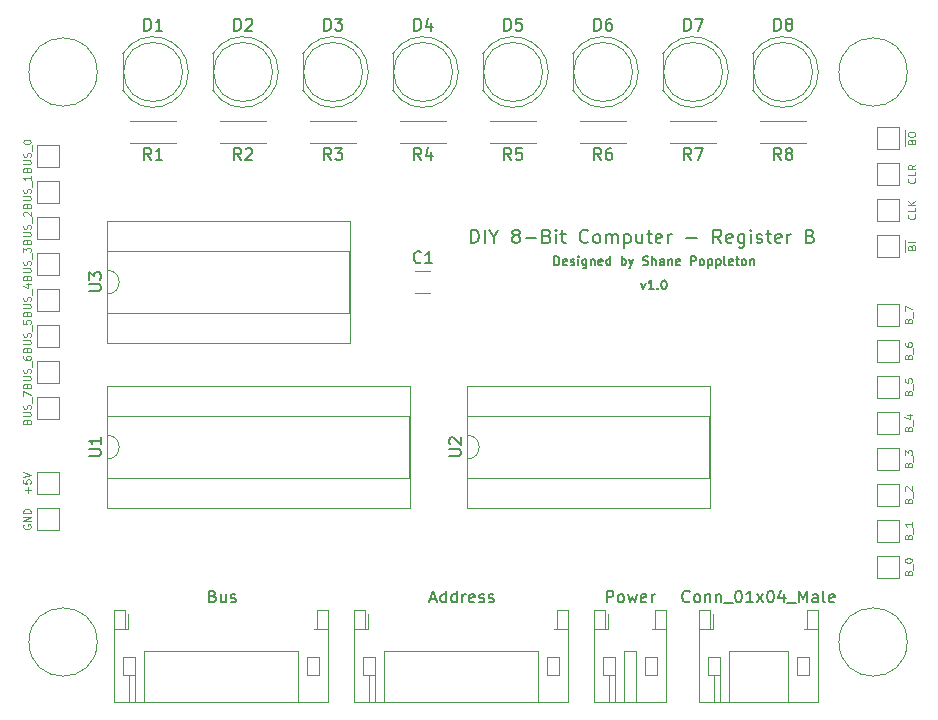
<source format=gbr>
G04 #@! TF.GenerationSoftware,KiCad,Pcbnew,(5.1.2-1)-1*
G04 #@! TF.CreationDate,2019-08-25T20:30:57+10:00*
G04 #@! TF.ProjectId,register-b,72656769-7374-4657-922d-622e6b696361,rev?*
G04 #@! TF.SameCoordinates,Original*
G04 #@! TF.FileFunction,Legend,Top*
G04 #@! TF.FilePolarity,Positive*
%FSLAX46Y46*%
G04 Gerber Fmt 4.6, Leading zero omitted, Abs format (unit mm)*
G04 Created by KiCad (PCBNEW (5.1.2-1)-1) date 2019-08-25 20:30:57*
%MOMM*%
%LPD*%
G04 APERTURE LIST*
%ADD10C,0.127000*%
%ADD11C,0.120000*%
%ADD12C,0.100000*%
%ADD13C,0.150000*%
%ADD14C,0.101600*%
G04 APERTURE END LIST*
D10*
X69269428Y-50890714D02*
X69450857Y-51398714D01*
X69632285Y-50890714D01*
X70321714Y-51398714D02*
X69886285Y-51398714D01*
X70104000Y-51398714D02*
X70104000Y-50636714D01*
X70031428Y-50745571D01*
X69958857Y-50818142D01*
X69886285Y-50854428D01*
X70648285Y-51326142D02*
X70684571Y-51362428D01*
X70648285Y-51398714D01*
X70612000Y-51362428D01*
X70648285Y-51326142D01*
X70648285Y-51398714D01*
X71156285Y-50636714D02*
X71228857Y-50636714D01*
X71301428Y-50673000D01*
X71337714Y-50709285D01*
X71374000Y-50781857D01*
X71410285Y-50927000D01*
X71410285Y-51108428D01*
X71374000Y-51253571D01*
X71337714Y-51326142D01*
X71301428Y-51362428D01*
X71228857Y-51398714D01*
X71156285Y-51398714D01*
X71083714Y-51362428D01*
X71047428Y-51326142D01*
X71011142Y-51253571D01*
X70974857Y-51108428D01*
X70974857Y-50927000D01*
X71011142Y-50781857D01*
X71047428Y-50709285D01*
X71083714Y-50673000D01*
X71156285Y-50636714D01*
X61903428Y-49366714D02*
X61903428Y-48604714D01*
X62084857Y-48604714D01*
X62193714Y-48641000D01*
X62266285Y-48713571D01*
X62302571Y-48786142D01*
X62338857Y-48931285D01*
X62338857Y-49040142D01*
X62302571Y-49185285D01*
X62266285Y-49257857D01*
X62193714Y-49330428D01*
X62084857Y-49366714D01*
X61903428Y-49366714D01*
X62955714Y-49330428D02*
X62883142Y-49366714D01*
X62738000Y-49366714D01*
X62665428Y-49330428D01*
X62629142Y-49257857D01*
X62629142Y-48967571D01*
X62665428Y-48895000D01*
X62738000Y-48858714D01*
X62883142Y-48858714D01*
X62955714Y-48895000D01*
X62992000Y-48967571D01*
X62992000Y-49040142D01*
X62629142Y-49112714D01*
X63282285Y-49330428D02*
X63354857Y-49366714D01*
X63500000Y-49366714D01*
X63572571Y-49330428D01*
X63608857Y-49257857D01*
X63608857Y-49221571D01*
X63572571Y-49149000D01*
X63500000Y-49112714D01*
X63391142Y-49112714D01*
X63318571Y-49076428D01*
X63282285Y-49003857D01*
X63282285Y-48967571D01*
X63318571Y-48895000D01*
X63391142Y-48858714D01*
X63500000Y-48858714D01*
X63572571Y-48895000D01*
X63935428Y-49366714D02*
X63935428Y-48858714D01*
X63935428Y-48604714D02*
X63899142Y-48641000D01*
X63935428Y-48677285D01*
X63971714Y-48641000D01*
X63935428Y-48604714D01*
X63935428Y-48677285D01*
X64624857Y-48858714D02*
X64624857Y-49475571D01*
X64588571Y-49548142D01*
X64552285Y-49584428D01*
X64479714Y-49620714D01*
X64370857Y-49620714D01*
X64298285Y-49584428D01*
X64624857Y-49330428D02*
X64552285Y-49366714D01*
X64407142Y-49366714D01*
X64334571Y-49330428D01*
X64298285Y-49294142D01*
X64262000Y-49221571D01*
X64262000Y-49003857D01*
X64298285Y-48931285D01*
X64334571Y-48895000D01*
X64407142Y-48858714D01*
X64552285Y-48858714D01*
X64624857Y-48895000D01*
X64987714Y-48858714D02*
X64987714Y-49366714D01*
X64987714Y-48931285D02*
X65024000Y-48895000D01*
X65096571Y-48858714D01*
X65205428Y-48858714D01*
X65278000Y-48895000D01*
X65314285Y-48967571D01*
X65314285Y-49366714D01*
X65967428Y-49330428D02*
X65894857Y-49366714D01*
X65749714Y-49366714D01*
X65677142Y-49330428D01*
X65640857Y-49257857D01*
X65640857Y-48967571D01*
X65677142Y-48895000D01*
X65749714Y-48858714D01*
X65894857Y-48858714D01*
X65967428Y-48895000D01*
X66003714Y-48967571D01*
X66003714Y-49040142D01*
X65640857Y-49112714D01*
X66656857Y-49366714D02*
X66656857Y-48604714D01*
X66656857Y-49330428D02*
X66584285Y-49366714D01*
X66439142Y-49366714D01*
X66366571Y-49330428D01*
X66330285Y-49294142D01*
X66294000Y-49221571D01*
X66294000Y-49003857D01*
X66330285Y-48931285D01*
X66366571Y-48895000D01*
X66439142Y-48858714D01*
X66584285Y-48858714D01*
X66656857Y-48895000D01*
X67600285Y-49366714D02*
X67600285Y-48604714D01*
X67600285Y-48895000D02*
X67672857Y-48858714D01*
X67818000Y-48858714D01*
X67890571Y-48895000D01*
X67926857Y-48931285D01*
X67963142Y-49003857D01*
X67963142Y-49221571D01*
X67926857Y-49294142D01*
X67890571Y-49330428D01*
X67818000Y-49366714D01*
X67672857Y-49366714D01*
X67600285Y-49330428D01*
X68217142Y-48858714D02*
X68398571Y-49366714D01*
X68580000Y-48858714D02*
X68398571Y-49366714D01*
X68326000Y-49548142D01*
X68289714Y-49584428D01*
X68217142Y-49620714D01*
X69414571Y-49330428D02*
X69523428Y-49366714D01*
X69704857Y-49366714D01*
X69777428Y-49330428D01*
X69813714Y-49294142D01*
X69850000Y-49221571D01*
X69850000Y-49149000D01*
X69813714Y-49076428D01*
X69777428Y-49040142D01*
X69704857Y-49003857D01*
X69559714Y-48967571D01*
X69487142Y-48931285D01*
X69450857Y-48895000D01*
X69414571Y-48822428D01*
X69414571Y-48749857D01*
X69450857Y-48677285D01*
X69487142Y-48641000D01*
X69559714Y-48604714D01*
X69741142Y-48604714D01*
X69850000Y-48641000D01*
X70176571Y-49366714D02*
X70176571Y-48604714D01*
X70503142Y-49366714D02*
X70503142Y-48967571D01*
X70466857Y-48895000D01*
X70394285Y-48858714D01*
X70285428Y-48858714D01*
X70212857Y-48895000D01*
X70176571Y-48931285D01*
X71192571Y-49366714D02*
X71192571Y-48967571D01*
X71156285Y-48895000D01*
X71083714Y-48858714D01*
X70938571Y-48858714D01*
X70866000Y-48895000D01*
X71192571Y-49330428D02*
X71120000Y-49366714D01*
X70938571Y-49366714D01*
X70866000Y-49330428D01*
X70829714Y-49257857D01*
X70829714Y-49185285D01*
X70866000Y-49112714D01*
X70938571Y-49076428D01*
X71120000Y-49076428D01*
X71192571Y-49040142D01*
X71555428Y-48858714D02*
X71555428Y-49366714D01*
X71555428Y-48931285D02*
X71591714Y-48895000D01*
X71664285Y-48858714D01*
X71773142Y-48858714D01*
X71845714Y-48895000D01*
X71882000Y-48967571D01*
X71882000Y-49366714D01*
X72535142Y-49330428D02*
X72462571Y-49366714D01*
X72317428Y-49366714D01*
X72244857Y-49330428D01*
X72208571Y-49257857D01*
X72208571Y-48967571D01*
X72244857Y-48895000D01*
X72317428Y-48858714D01*
X72462571Y-48858714D01*
X72535142Y-48895000D01*
X72571428Y-48967571D01*
X72571428Y-49040142D01*
X72208571Y-49112714D01*
X73478571Y-49366714D02*
X73478571Y-48604714D01*
X73768857Y-48604714D01*
X73841428Y-48641000D01*
X73877714Y-48677285D01*
X73914000Y-48749857D01*
X73914000Y-48858714D01*
X73877714Y-48931285D01*
X73841428Y-48967571D01*
X73768857Y-49003857D01*
X73478571Y-49003857D01*
X74349428Y-49366714D02*
X74276857Y-49330428D01*
X74240571Y-49294142D01*
X74204285Y-49221571D01*
X74204285Y-49003857D01*
X74240571Y-48931285D01*
X74276857Y-48895000D01*
X74349428Y-48858714D01*
X74458285Y-48858714D01*
X74530857Y-48895000D01*
X74567142Y-48931285D01*
X74603428Y-49003857D01*
X74603428Y-49221571D01*
X74567142Y-49294142D01*
X74530857Y-49330428D01*
X74458285Y-49366714D01*
X74349428Y-49366714D01*
X74930000Y-48858714D02*
X74930000Y-49620714D01*
X74930000Y-48895000D02*
X75002571Y-48858714D01*
X75147714Y-48858714D01*
X75220285Y-48895000D01*
X75256571Y-48931285D01*
X75292857Y-49003857D01*
X75292857Y-49221571D01*
X75256571Y-49294142D01*
X75220285Y-49330428D01*
X75147714Y-49366714D01*
X75002571Y-49366714D01*
X74930000Y-49330428D01*
X75619428Y-48858714D02*
X75619428Y-49620714D01*
X75619428Y-48895000D02*
X75692000Y-48858714D01*
X75837142Y-48858714D01*
X75909714Y-48895000D01*
X75946000Y-48931285D01*
X75982285Y-49003857D01*
X75982285Y-49221571D01*
X75946000Y-49294142D01*
X75909714Y-49330428D01*
X75837142Y-49366714D01*
X75692000Y-49366714D01*
X75619428Y-49330428D01*
X76417714Y-49366714D02*
X76345142Y-49330428D01*
X76308857Y-49257857D01*
X76308857Y-48604714D01*
X76998285Y-49330428D02*
X76925714Y-49366714D01*
X76780571Y-49366714D01*
X76708000Y-49330428D01*
X76671714Y-49257857D01*
X76671714Y-48967571D01*
X76708000Y-48895000D01*
X76780571Y-48858714D01*
X76925714Y-48858714D01*
X76998285Y-48895000D01*
X77034571Y-48967571D01*
X77034571Y-49040142D01*
X76671714Y-49112714D01*
X77252285Y-48858714D02*
X77542571Y-48858714D01*
X77361142Y-48604714D02*
X77361142Y-49257857D01*
X77397428Y-49330428D01*
X77470000Y-49366714D01*
X77542571Y-49366714D01*
X77905428Y-49366714D02*
X77832857Y-49330428D01*
X77796571Y-49294142D01*
X77760285Y-49221571D01*
X77760285Y-49003857D01*
X77796571Y-48931285D01*
X77832857Y-48895000D01*
X77905428Y-48858714D01*
X78014285Y-48858714D01*
X78086857Y-48895000D01*
X78123142Y-48931285D01*
X78159428Y-49003857D01*
X78159428Y-49221571D01*
X78123142Y-49294142D01*
X78086857Y-49330428D01*
X78014285Y-49366714D01*
X77905428Y-49366714D01*
X78486000Y-48858714D02*
X78486000Y-49366714D01*
X78486000Y-48931285D02*
X78522285Y-48895000D01*
X78594857Y-48858714D01*
X78703714Y-48858714D01*
X78776285Y-48895000D01*
X78812571Y-48967571D01*
X78812571Y-49366714D01*
X54864000Y-47507071D02*
X54864000Y-46364071D01*
X55136142Y-46364071D01*
X55299428Y-46418500D01*
X55408285Y-46527357D01*
X55462714Y-46636214D01*
X55517142Y-46853928D01*
X55517142Y-47017214D01*
X55462714Y-47234928D01*
X55408285Y-47343785D01*
X55299428Y-47452642D01*
X55136142Y-47507071D01*
X54864000Y-47507071D01*
X56007000Y-47507071D02*
X56007000Y-46364071D01*
X56769000Y-46962785D02*
X56769000Y-47507071D01*
X56388000Y-46364071D02*
X56769000Y-46962785D01*
X57150000Y-46364071D01*
X58565142Y-46853928D02*
X58456285Y-46799500D01*
X58401857Y-46745071D01*
X58347428Y-46636214D01*
X58347428Y-46581785D01*
X58401857Y-46472928D01*
X58456285Y-46418500D01*
X58565142Y-46364071D01*
X58782857Y-46364071D01*
X58891714Y-46418500D01*
X58946142Y-46472928D01*
X59000571Y-46581785D01*
X59000571Y-46636214D01*
X58946142Y-46745071D01*
X58891714Y-46799500D01*
X58782857Y-46853928D01*
X58565142Y-46853928D01*
X58456285Y-46908357D01*
X58401857Y-46962785D01*
X58347428Y-47071642D01*
X58347428Y-47289357D01*
X58401857Y-47398214D01*
X58456285Y-47452642D01*
X58565142Y-47507071D01*
X58782857Y-47507071D01*
X58891714Y-47452642D01*
X58946142Y-47398214D01*
X59000571Y-47289357D01*
X59000571Y-47071642D01*
X58946142Y-46962785D01*
X58891714Y-46908357D01*
X58782857Y-46853928D01*
X59490428Y-47071642D02*
X60361285Y-47071642D01*
X61286571Y-46908357D02*
X61449857Y-46962785D01*
X61504285Y-47017214D01*
X61558714Y-47126071D01*
X61558714Y-47289357D01*
X61504285Y-47398214D01*
X61449857Y-47452642D01*
X61341000Y-47507071D01*
X60905571Y-47507071D01*
X60905571Y-46364071D01*
X61286571Y-46364071D01*
X61395428Y-46418500D01*
X61449857Y-46472928D01*
X61504285Y-46581785D01*
X61504285Y-46690642D01*
X61449857Y-46799500D01*
X61395428Y-46853928D01*
X61286571Y-46908357D01*
X60905571Y-46908357D01*
X62048571Y-47507071D02*
X62048571Y-46745071D01*
X62048571Y-46364071D02*
X61994142Y-46418500D01*
X62048571Y-46472928D01*
X62103000Y-46418500D01*
X62048571Y-46364071D01*
X62048571Y-46472928D01*
X62429571Y-46745071D02*
X62865000Y-46745071D01*
X62592857Y-46364071D02*
X62592857Y-47343785D01*
X62647285Y-47452642D01*
X62756142Y-47507071D01*
X62865000Y-47507071D01*
X64770000Y-47398214D02*
X64715571Y-47452642D01*
X64552285Y-47507071D01*
X64443428Y-47507071D01*
X64280142Y-47452642D01*
X64171285Y-47343785D01*
X64116857Y-47234928D01*
X64062428Y-47017214D01*
X64062428Y-46853928D01*
X64116857Y-46636214D01*
X64171285Y-46527357D01*
X64280142Y-46418500D01*
X64443428Y-46364071D01*
X64552285Y-46364071D01*
X64715571Y-46418500D01*
X64770000Y-46472928D01*
X65423142Y-47507071D02*
X65314285Y-47452642D01*
X65259857Y-47398214D01*
X65205428Y-47289357D01*
X65205428Y-46962785D01*
X65259857Y-46853928D01*
X65314285Y-46799500D01*
X65423142Y-46745071D01*
X65586428Y-46745071D01*
X65695285Y-46799500D01*
X65749714Y-46853928D01*
X65804142Y-46962785D01*
X65804142Y-47289357D01*
X65749714Y-47398214D01*
X65695285Y-47452642D01*
X65586428Y-47507071D01*
X65423142Y-47507071D01*
X66294000Y-47507071D02*
X66294000Y-46745071D01*
X66294000Y-46853928D02*
X66348428Y-46799500D01*
X66457285Y-46745071D01*
X66620571Y-46745071D01*
X66729428Y-46799500D01*
X66783857Y-46908357D01*
X66783857Y-47507071D01*
X66783857Y-46908357D02*
X66838285Y-46799500D01*
X66947142Y-46745071D01*
X67110428Y-46745071D01*
X67219285Y-46799500D01*
X67273714Y-46908357D01*
X67273714Y-47507071D01*
X67818000Y-46745071D02*
X67818000Y-47888071D01*
X67818000Y-46799500D02*
X67926857Y-46745071D01*
X68144571Y-46745071D01*
X68253428Y-46799500D01*
X68307857Y-46853928D01*
X68362285Y-46962785D01*
X68362285Y-47289357D01*
X68307857Y-47398214D01*
X68253428Y-47452642D01*
X68144571Y-47507071D01*
X67926857Y-47507071D01*
X67818000Y-47452642D01*
X69342000Y-46745071D02*
X69342000Y-47507071D01*
X68852142Y-46745071D02*
X68852142Y-47343785D01*
X68906571Y-47452642D01*
X69015428Y-47507071D01*
X69178714Y-47507071D01*
X69287571Y-47452642D01*
X69342000Y-47398214D01*
X69723000Y-46745071D02*
X70158428Y-46745071D01*
X69886285Y-46364071D02*
X69886285Y-47343785D01*
X69940714Y-47452642D01*
X70049571Y-47507071D01*
X70158428Y-47507071D01*
X70974857Y-47452642D02*
X70866000Y-47507071D01*
X70648285Y-47507071D01*
X70539428Y-47452642D01*
X70485000Y-47343785D01*
X70485000Y-46908357D01*
X70539428Y-46799500D01*
X70648285Y-46745071D01*
X70866000Y-46745071D01*
X70974857Y-46799500D01*
X71029285Y-46908357D01*
X71029285Y-47017214D01*
X70485000Y-47126071D01*
X71519142Y-47507071D02*
X71519142Y-46745071D01*
X71519142Y-46962785D02*
X71573571Y-46853928D01*
X71628000Y-46799500D01*
X71736857Y-46745071D01*
X71845714Y-46745071D01*
X73097571Y-47071642D02*
X73968428Y-47071642D01*
X76036714Y-47507071D02*
X75655714Y-46962785D01*
X75383571Y-47507071D02*
X75383571Y-46364071D01*
X75819000Y-46364071D01*
X75927857Y-46418500D01*
X75982285Y-46472928D01*
X76036714Y-46581785D01*
X76036714Y-46745071D01*
X75982285Y-46853928D01*
X75927857Y-46908357D01*
X75819000Y-46962785D01*
X75383571Y-46962785D01*
X76962000Y-47452642D02*
X76853142Y-47507071D01*
X76635428Y-47507071D01*
X76526571Y-47452642D01*
X76472142Y-47343785D01*
X76472142Y-46908357D01*
X76526571Y-46799500D01*
X76635428Y-46745071D01*
X76853142Y-46745071D01*
X76962000Y-46799500D01*
X77016428Y-46908357D01*
X77016428Y-47017214D01*
X76472142Y-47126071D01*
X77996142Y-46745071D02*
X77996142Y-47670357D01*
X77941714Y-47779214D01*
X77887285Y-47833642D01*
X77778428Y-47888071D01*
X77615142Y-47888071D01*
X77506285Y-47833642D01*
X77996142Y-47452642D02*
X77887285Y-47507071D01*
X77669571Y-47507071D01*
X77560714Y-47452642D01*
X77506285Y-47398214D01*
X77451857Y-47289357D01*
X77451857Y-46962785D01*
X77506285Y-46853928D01*
X77560714Y-46799500D01*
X77669571Y-46745071D01*
X77887285Y-46745071D01*
X77996142Y-46799500D01*
X78540428Y-47507071D02*
X78540428Y-46745071D01*
X78540428Y-46364071D02*
X78486000Y-46418500D01*
X78540428Y-46472928D01*
X78594857Y-46418500D01*
X78540428Y-46364071D01*
X78540428Y-46472928D01*
X79030285Y-47452642D02*
X79139142Y-47507071D01*
X79356857Y-47507071D01*
X79465714Y-47452642D01*
X79520142Y-47343785D01*
X79520142Y-47289357D01*
X79465714Y-47180500D01*
X79356857Y-47126071D01*
X79193571Y-47126071D01*
X79084714Y-47071642D01*
X79030285Y-46962785D01*
X79030285Y-46908357D01*
X79084714Y-46799500D01*
X79193571Y-46745071D01*
X79356857Y-46745071D01*
X79465714Y-46799500D01*
X79846714Y-46745071D02*
X80282142Y-46745071D01*
X80010000Y-46364071D02*
X80010000Y-47343785D01*
X80064428Y-47452642D01*
X80173285Y-47507071D01*
X80282142Y-47507071D01*
X81098571Y-47452642D02*
X80989714Y-47507071D01*
X80772000Y-47507071D01*
X80663142Y-47452642D01*
X80608714Y-47343785D01*
X80608714Y-46908357D01*
X80663142Y-46799500D01*
X80772000Y-46745071D01*
X80989714Y-46745071D01*
X81098571Y-46799500D01*
X81153000Y-46908357D01*
X81153000Y-47017214D01*
X80608714Y-47126071D01*
X81642857Y-47507071D02*
X81642857Y-46745071D01*
X81642857Y-46962785D02*
X81697285Y-46853928D01*
X81751714Y-46799500D01*
X81860571Y-46745071D01*
X81969428Y-46745071D01*
X83602285Y-46908357D02*
X83765571Y-46962785D01*
X83820000Y-47017214D01*
X83874428Y-47126071D01*
X83874428Y-47289357D01*
X83820000Y-47398214D01*
X83765571Y-47452642D01*
X83656714Y-47507071D01*
X83221285Y-47507071D01*
X83221285Y-46364071D01*
X83602285Y-46364071D01*
X83711142Y-46418500D01*
X83765571Y-46472928D01*
X83820000Y-46581785D01*
X83820000Y-46690642D01*
X83765571Y-46799500D01*
X83711142Y-46853928D01*
X83602285Y-46908357D01*
X83221285Y-46908357D01*
D11*
X24010000Y-45660000D02*
X24010000Y-55940000D01*
X44570000Y-45660000D02*
X24010000Y-45660000D01*
X44570000Y-55940000D02*
X44570000Y-45660000D01*
X24010000Y-55940000D02*
X44570000Y-55940000D01*
X24070000Y-48150000D02*
X24070000Y-49800000D01*
X44510000Y-48150000D02*
X24070000Y-48150000D01*
X44510000Y-53450000D02*
X44510000Y-48150000D01*
X24070000Y-53450000D02*
X44510000Y-53450000D01*
X24070000Y-51800000D02*
X24070000Y-53450000D01*
X24070000Y-49800000D02*
G75*
G02X24070000Y-51800000I0J-1000000D01*
G01*
D12*
X91790017Y-81280000D02*
G75*
G03X91790017Y-81280000I-2890017J0D01*
G01*
X23210017Y-81280000D02*
G75*
G03X23210017Y-81280000I-2890017J0D01*
G01*
X91790017Y-33020000D02*
G75*
G03X91790017Y-33020000I-2890017J0D01*
G01*
X23210017Y-33020000D02*
G75*
G03X23210017Y-33020000I-2890017J0D01*
G01*
D11*
X46130000Y-80150000D02*
X46130000Y-78935000D01*
X46190000Y-84110000D02*
X46190000Y-86370000D01*
X46690000Y-84110000D02*
X46690000Y-86370000D01*
X61290000Y-82510000D02*
X62290000Y-82510000D01*
X61290000Y-84110000D02*
X61290000Y-82510000D01*
X62290000Y-84110000D02*
X61290000Y-84110000D01*
X62290000Y-82510000D02*
X62290000Y-84110000D01*
X46690000Y-82510000D02*
X45690000Y-82510000D01*
X46690000Y-84110000D02*
X46690000Y-82510000D01*
X45690000Y-84110000D02*
X46690000Y-84110000D01*
X45690000Y-82510000D02*
X45690000Y-84110000D01*
X63050000Y-80150000D02*
X62130000Y-80150000D01*
X44930000Y-80150000D02*
X45850000Y-80150000D01*
X60490000Y-82010000D02*
X60490000Y-86370000D01*
X47490000Y-82010000D02*
X60490000Y-82010000D01*
X47490000Y-86370000D02*
X47490000Y-82010000D01*
X62130000Y-80150000D02*
X61850000Y-80150000D01*
X62130000Y-78550000D02*
X62130000Y-80150000D01*
X63050000Y-78550000D02*
X62130000Y-78550000D01*
X63050000Y-86370000D02*
X63050000Y-78550000D01*
X44930000Y-86370000D02*
X63050000Y-86370000D01*
X44930000Y-78550000D02*
X44930000Y-86370000D01*
X45850000Y-78550000D02*
X44930000Y-78550000D01*
X45850000Y-80150000D02*
X45850000Y-78550000D01*
X46130000Y-80150000D02*
X45850000Y-80150000D01*
X50151000Y-49880000D02*
X51409000Y-49880000D01*
X50151000Y-51720000D02*
X51409000Y-51720000D01*
X25380000Y-31475000D02*
X25380000Y-34565000D01*
X30440000Y-33020000D02*
G75*
G03X30440000Y-33020000I-2500000J0D01*
G01*
X30930000Y-33019538D02*
G75*
G02X25380000Y-34564830I-2990000J-462D01*
G01*
X30930000Y-33020462D02*
G75*
G03X25380000Y-31475170I-2990000J462D01*
G01*
X38550000Y-33020462D02*
G75*
G03X33000000Y-31475170I-2990000J462D01*
G01*
X38550000Y-33019538D02*
G75*
G02X33000000Y-34564830I-2990000J-462D01*
G01*
X38060000Y-33020000D02*
G75*
G03X38060000Y-33020000I-2500000J0D01*
G01*
X33000000Y-31475000D02*
X33000000Y-34565000D01*
X40620000Y-31475000D02*
X40620000Y-34565000D01*
X45680000Y-33020000D02*
G75*
G03X45680000Y-33020000I-2500000J0D01*
G01*
X46170000Y-33019538D02*
G75*
G02X40620000Y-34564830I-2990000J-462D01*
G01*
X46170000Y-33020462D02*
G75*
G03X40620000Y-31475170I-2990000J462D01*
G01*
X53790000Y-33020462D02*
G75*
G03X48240000Y-31475170I-2990000J462D01*
G01*
X53790000Y-33019538D02*
G75*
G02X48240000Y-34564830I-2990000J-462D01*
G01*
X53300000Y-33020000D02*
G75*
G03X53300000Y-33020000I-2500000J0D01*
G01*
X48240000Y-31475000D02*
X48240000Y-34565000D01*
X55860000Y-31475000D02*
X55860000Y-34565000D01*
X60920000Y-33020000D02*
G75*
G03X60920000Y-33020000I-2500000J0D01*
G01*
X61410000Y-33019538D02*
G75*
G02X55860000Y-34564830I-2990000J-462D01*
G01*
X61410000Y-33020462D02*
G75*
G03X55860000Y-31475170I-2990000J462D01*
G01*
X69030000Y-33020462D02*
G75*
G03X63480000Y-31475170I-2990000J462D01*
G01*
X69030000Y-33019538D02*
G75*
G02X63480000Y-34564830I-2990000J-462D01*
G01*
X68540000Y-33020000D02*
G75*
G03X68540000Y-33020000I-2500000J0D01*
G01*
X63480000Y-31475000D02*
X63480000Y-34565000D01*
X71100000Y-31475000D02*
X71100000Y-34565000D01*
X76160000Y-33020000D02*
G75*
G03X76160000Y-33020000I-2500000J0D01*
G01*
X76650000Y-33019538D02*
G75*
G02X71100000Y-34564830I-2990000J-462D01*
G01*
X76650000Y-33020462D02*
G75*
G03X71100000Y-31475170I-2990000J462D01*
G01*
X84270000Y-33020462D02*
G75*
G03X78720000Y-31475170I-2990000J462D01*
G01*
X84270000Y-33019538D02*
G75*
G02X78720000Y-34564830I-2990000J-462D01*
G01*
X83780000Y-33020000D02*
G75*
G03X83780000Y-33020000I-2500000J0D01*
G01*
X78720000Y-31475000D02*
X78720000Y-34565000D01*
X25810000Y-80150000D02*
X25530000Y-80150000D01*
X25530000Y-80150000D02*
X25530000Y-78550000D01*
X25530000Y-78550000D02*
X24610000Y-78550000D01*
X24610000Y-78550000D02*
X24610000Y-86370000D01*
X24610000Y-86370000D02*
X42730000Y-86370000D01*
X42730000Y-86370000D02*
X42730000Y-78550000D01*
X42730000Y-78550000D02*
X41810000Y-78550000D01*
X41810000Y-78550000D02*
X41810000Y-80150000D01*
X41810000Y-80150000D02*
X41530000Y-80150000D01*
X27170000Y-86370000D02*
X27170000Y-82010000D01*
X27170000Y-82010000D02*
X40170000Y-82010000D01*
X40170000Y-82010000D02*
X40170000Y-86370000D01*
X24610000Y-80150000D02*
X25530000Y-80150000D01*
X42730000Y-80150000D02*
X41810000Y-80150000D01*
X25370000Y-82510000D02*
X25370000Y-84110000D01*
X25370000Y-84110000D02*
X26370000Y-84110000D01*
X26370000Y-84110000D02*
X26370000Y-82510000D01*
X26370000Y-82510000D02*
X25370000Y-82510000D01*
X41970000Y-82510000D02*
X41970000Y-84110000D01*
X41970000Y-84110000D02*
X40970000Y-84110000D01*
X40970000Y-84110000D02*
X40970000Y-82510000D01*
X40970000Y-82510000D02*
X41970000Y-82510000D01*
X26370000Y-84110000D02*
X26370000Y-86370000D01*
X25870000Y-84110000D02*
X25870000Y-86370000D01*
X25810000Y-80150000D02*
X25810000Y-78935000D01*
X75340000Y-80150000D02*
X75060000Y-80150000D01*
X75060000Y-80150000D02*
X75060000Y-78550000D01*
X75060000Y-78550000D02*
X74140000Y-78550000D01*
X74140000Y-78550000D02*
X74140000Y-86370000D01*
X74140000Y-86370000D02*
X84260000Y-86370000D01*
X84260000Y-86370000D02*
X84260000Y-78550000D01*
X84260000Y-78550000D02*
X83340000Y-78550000D01*
X83340000Y-78550000D02*
X83340000Y-80150000D01*
X83340000Y-80150000D02*
X83060000Y-80150000D01*
X76700000Y-86370000D02*
X76700000Y-82010000D01*
X76700000Y-82010000D02*
X81700000Y-82010000D01*
X81700000Y-82010000D02*
X81700000Y-86370000D01*
X74140000Y-80150000D02*
X75060000Y-80150000D01*
X84260000Y-80150000D02*
X83340000Y-80150000D01*
X74900000Y-82510000D02*
X74900000Y-84110000D01*
X74900000Y-84110000D02*
X75900000Y-84110000D01*
X75900000Y-84110000D02*
X75900000Y-82510000D01*
X75900000Y-82510000D02*
X74900000Y-82510000D01*
X83500000Y-82510000D02*
X83500000Y-84110000D01*
X83500000Y-84110000D02*
X82500000Y-84110000D01*
X82500000Y-84110000D02*
X82500000Y-82510000D01*
X82500000Y-82510000D02*
X83500000Y-82510000D01*
X75900000Y-84110000D02*
X75900000Y-86370000D01*
X75400000Y-84110000D02*
X75400000Y-86370000D01*
X75340000Y-80150000D02*
X75340000Y-78935000D01*
X66450000Y-80150000D02*
X66170000Y-80150000D01*
X66170000Y-80150000D02*
X66170000Y-78550000D01*
X66170000Y-78550000D02*
X65250000Y-78550000D01*
X65250000Y-78550000D02*
X65250000Y-86370000D01*
X65250000Y-86370000D02*
X71370000Y-86370000D01*
X71370000Y-86370000D02*
X71370000Y-78550000D01*
X71370000Y-78550000D02*
X70450000Y-78550000D01*
X70450000Y-78550000D02*
X70450000Y-80150000D01*
X70450000Y-80150000D02*
X70170000Y-80150000D01*
X67810000Y-86370000D02*
X67810000Y-82010000D01*
X67810000Y-82010000D02*
X68810000Y-82010000D01*
X68810000Y-82010000D02*
X68810000Y-86370000D01*
X65250000Y-80150000D02*
X66170000Y-80150000D01*
X71370000Y-80150000D02*
X70450000Y-80150000D01*
X66010000Y-82510000D02*
X66010000Y-84110000D01*
X66010000Y-84110000D02*
X67010000Y-84110000D01*
X67010000Y-84110000D02*
X67010000Y-82510000D01*
X67010000Y-82510000D02*
X66010000Y-82510000D01*
X70610000Y-82510000D02*
X70610000Y-84110000D01*
X70610000Y-84110000D02*
X69610000Y-84110000D01*
X69610000Y-84110000D02*
X69610000Y-82510000D01*
X69610000Y-82510000D02*
X70610000Y-82510000D01*
X67010000Y-84110000D02*
X67010000Y-86370000D01*
X66510000Y-84110000D02*
X66510000Y-86370000D01*
X66450000Y-80150000D02*
X66450000Y-78935000D01*
X26020000Y-39020000D02*
X29860000Y-39020000D01*
X26020000Y-37180000D02*
X29860000Y-37180000D01*
X33640000Y-37180000D02*
X37480000Y-37180000D01*
X33640000Y-39020000D02*
X37480000Y-39020000D01*
X41260000Y-39020000D02*
X45100000Y-39020000D01*
X41260000Y-37180000D02*
X45100000Y-37180000D01*
X48880000Y-37180000D02*
X52720000Y-37180000D01*
X48880000Y-39020000D02*
X52720000Y-39020000D01*
X56500000Y-39020000D02*
X60340000Y-39020000D01*
X56500000Y-37180000D02*
X60340000Y-37180000D01*
X64120000Y-37180000D02*
X67960000Y-37180000D01*
X64120000Y-39020000D02*
X67960000Y-39020000D01*
X71740000Y-39020000D02*
X75580000Y-39020000D01*
X71740000Y-37180000D02*
X75580000Y-37180000D01*
X79360000Y-37180000D02*
X83200000Y-37180000D01*
X79360000Y-39020000D02*
X83200000Y-39020000D01*
X20000000Y-60518000D02*
X20000000Y-62418000D01*
X20000000Y-62418000D02*
X18100000Y-62418000D01*
X18100000Y-62418000D02*
X18100000Y-60518000D01*
X18100000Y-60518000D02*
X20000000Y-60518000D01*
X18100000Y-57470000D02*
X20000000Y-57470000D01*
X18100000Y-59370000D02*
X18100000Y-57470000D01*
X20000000Y-59370000D02*
X18100000Y-59370000D01*
X20000000Y-57470000D02*
X20000000Y-59370000D01*
X18100000Y-54422000D02*
X20000000Y-54422000D01*
X18100000Y-56322000D02*
X18100000Y-54422000D01*
X20000000Y-56322000D02*
X18100000Y-56322000D01*
X20000000Y-54422000D02*
X20000000Y-56322000D01*
X20000000Y-51374000D02*
X20000000Y-53274000D01*
X20000000Y-53274000D02*
X18100000Y-53274000D01*
X18100000Y-53274000D02*
X18100000Y-51374000D01*
X18100000Y-51374000D02*
X20000000Y-51374000D01*
X18100000Y-48326000D02*
X20000000Y-48326000D01*
X18100000Y-50226000D02*
X18100000Y-48326000D01*
X20000000Y-50226000D02*
X18100000Y-50226000D01*
X20000000Y-48326000D02*
X20000000Y-50226000D01*
X20000000Y-45278000D02*
X20000000Y-47178000D01*
X20000000Y-47178000D02*
X18100000Y-47178000D01*
X18100000Y-47178000D02*
X18100000Y-45278000D01*
X18100000Y-45278000D02*
X20000000Y-45278000D01*
X18100000Y-42230000D02*
X20000000Y-42230000D01*
X18100000Y-44130000D02*
X18100000Y-42230000D01*
X20000000Y-44130000D02*
X18100000Y-44130000D01*
X20000000Y-42230000D02*
X20000000Y-44130000D01*
X20000000Y-39182000D02*
X20000000Y-41082000D01*
X20000000Y-41082000D02*
X18100000Y-41082000D01*
X18100000Y-41082000D02*
X18100000Y-39182000D01*
X18100000Y-39182000D02*
X20000000Y-39182000D01*
X89220000Y-54544000D02*
X89220000Y-52644000D01*
X89220000Y-52644000D02*
X91120000Y-52644000D01*
X91120000Y-52644000D02*
X91120000Y-54544000D01*
X91120000Y-54544000D02*
X89220000Y-54544000D01*
X91120000Y-57592000D02*
X89220000Y-57592000D01*
X91120000Y-55692000D02*
X91120000Y-57592000D01*
X89220000Y-55692000D02*
X91120000Y-55692000D01*
X89220000Y-57592000D02*
X89220000Y-55692000D01*
X89220000Y-60640000D02*
X89220000Y-58740000D01*
X89220000Y-58740000D02*
X91120000Y-58740000D01*
X91120000Y-58740000D02*
X91120000Y-60640000D01*
X91120000Y-60640000D02*
X89220000Y-60640000D01*
X91120000Y-63688000D02*
X89220000Y-63688000D01*
X91120000Y-61788000D02*
X91120000Y-63688000D01*
X89220000Y-61788000D02*
X91120000Y-61788000D01*
X89220000Y-63688000D02*
X89220000Y-61788000D01*
X89220000Y-66736000D02*
X89220000Y-64836000D01*
X89220000Y-64836000D02*
X91120000Y-64836000D01*
X91120000Y-64836000D02*
X91120000Y-66736000D01*
X91120000Y-66736000D02*
X89220000Y-66736000D01*
X91120000Y-69784000D02*
X89220000Y-69784000D01*
X91120000Y-67884000D02*
X91120000Y-69784000D01*
X89220000Y-67884000D02*
X91120000Y-67884000D01*
X89220000Y-69784000D02*
X89220000Y-67884000D01*
X89220000Y-72832000D02*
X89220000Y-70932000D01*
X89220000Y-70932000D02*
X91120000Y-70932000D01*
X91120000Y-70932000D02*
X91120000Y-72832000D01*
X91120000Y-72832000D02*
X89220000Y-72832000D01*
X91120000Y-75880000D02*
X89220000Y-75880000D01*
X91120000Y-73980000D02*
X91120000Y-75880000D01*
X89220000Y-73980000D02*
X91120000Y-73980000D01*
X89220000Y-75880000D02*
X89220000Y-73980000D01*
X89220000Y-48702000D02*
X89220000Y-46802000D01*
X89220000Y-46802000D02*
X91120000Y-46802000D01*
X91120000Y-46802000D02*
X91120000Y-48702000D01*
X91120000Y-48702000D02*
X89220000Y-48702000D01*
X91120000Y-45654000D02*
X89220000Y-45654000D01*
X91120000Y-43754000D02*
X91120000Y-45654000D01*
X89220000Y-43754000D02*
X91120000Y-43754000D01*
X89220000Y-45654000D02*
X89220000Y-43754000D01*
X89220000Y-42606000D02*
X89220000Y-40706000D01*
X89220000Y-40706000D02*
X91120000Y-40706000D01*
X91120000Y-40706000D02*
X91120000Y-42606000D01*
X91120000Y-42606000D02*
X89220000Y-42606000D01*
X91120000Y-39558000D02*
X89220000Y-39558000D01*
X91120000Y-37658000D02*
X91120000Y-39558000D01*
X89220000Y-37658000D02*
X91120000Y-37658000D01*
X89220000Y-39558000D02*
X89220000Y-37658000D01*
X18100000Y-66868000D02*
X20000000Y-66868000D01*
X18100000Y-68768000D02*
X18100000Y-66868000D01*
X20000000Y-68768000D02*
X18100000Y-68768000D01*
X20000000Y-66868000D02*
X20000000Y-68768000D01*
X20000000Y-69916000D02*
X20000000Y-71816000D01*
X20000000Y-71816000D02*
X18100000Y-71816000D01*
X18100000Y-71816000D02*
X18100000Y-69916000D01*
X18100000Y-69916000D02*
X20000000Y-69916000D01*
X24070000Y-63770000D02*
G75*
G02X24070000Y-65770000I0J-1000000D01*
G01*
X24070000Y-65770000D02*
X24070000Y-67420000D01*
X24070000Y-67420000D02*
X49590000Y-67420000D01*
X49590000Y-67420000D02*
X49590000Y-62120000D01*
X49590000Y-62120000D02*
X24070000Y-62120000D01*
X24070000Y-62120000D02*
X24070000Y-63770000D01*
X24010000Y-69910000D02*
X49650000Y-69910000D01*
X49650000Y-69910000D02*
X49650000Y-59630000D01*
X49650000Y-59630000D02*
X24010000Y-59630000D01*
X24010000Y-59630000D02*
X24010000Y-69910000D01*
X54550000Y-63770000D02*
G75*
G02X54550000Y-65770000I0J-1000000D01*
G01*
X54550000Y-65770000D02*
X54550000Y-67420000D01*
X54550000Y-67420000D02*
X74990000Y-67420000D01*
X74990000Y-67420000D02*
X74990000Y-62120000D01*
X74990000Y-62120000D02*
X54550000Y-62120000D01*
X54550000Y-62120000D02*
X54550000Y-63770000D01*
X54490000Y-69910000D02*
X75050000Y-69910000D01*
X75050000Y-69910000D02*
X75050000Y-59630000D01*
X75050000Y-59630000D02*
X54490000Y-59630000D01*
X54490000Y-59630000D02*
X54490000Y-69910000D01*
D13*
X22522380Y-51561904D02*
X23331904Y-51561904D01*
X23427142Y-51514285D01*
X23474761Y-51466666D01*
X23522380Y-51371428D01*
X23522380Y-51180952D01*
X23474761Y-51085714D01*
X23427142Y-51038095D01*
X23331904Y-50990476D01*
X22522380Y-50990476D01*
X22522380Y-50609523D02*
X22522380Y-49990476D01*
X22903333Y-50323809D01*
X22903333Y-50180952D01*
X22950952Y-50085714D01*
X22998571Y-50038095D01*
X23093809Y-49990476D01*
X23331904Y-49990476D01*
X23427142Y-50038095D01*
X23474761Y-50085714D01*
X23522380Y-50180952D01*
X23522380Y-50466666D01*
X23474761Y-50561904D01*
X23427142Y-50609523D01*
X51411523Y-77636666D02*
X51887714Y-77636666D01*
X51316285Y-77922380D02*
X51649619Y-76922380D01*
X51982952Y-77922380D01*
X52744857Y-77922380D02*
X52744857Y-76922380D01*
X52744857Y-77874761D02*
X52649619Y-77922380D01*
X52459142Y-77922380D01*
X52363904Y-77874761D01*
X52316285Y-77827142D01*
X52268666Y-77731904D01*
X52268666Y-77446190D01*
X52316285Y-77350952D01*
X52363904Y-77303333D01*
X52459142Y-77255714D01*
X52649619Y-77255714D01*
X52744857Y-77303333D01*
X53649619Y-77922380D02*
X53649619Y-76922380D01*
X53649619Y-77874761D02*
X53554380Y-77922380D01*
X53363904Y-77922380D01*
X53268666Y-77874761D01*
X53221047Y-77827142D01*
X53173428Y-77731904D01*
X53173428Y-77446190D01*
X53221047Y-77350952D01*
X53268666Y-77303333D01*
X53363904Y-77255714D01*
X53554380Y-77255714D01*
X53649619Y-77303333D01*
X54125809Y-77922380D02*
X54125809Y-77255714D01*
X54125809Y-77446190D02*
X54173428Y-77350952D01*
X54221047Y-77303333D01*
X54316285Y-77255714D01*
X54411523Y-77255714D01*
X55125809Y-77874761D02*
X55030571Y-77922380D01*
X54840095Y-77922380D01*
X54744857Y-77874761D01*
X54697238Y-77779523D01*
X54697238Y-77398571D01*
X54744857Y-77303333D01*
X54840095Y-77255714D01*
X55030571Y-77255714D01*
X55125809Y-77303333D01*
X55173428Y-77398571D01*
X55173428Y-77493809D01*
X54697238Y-77589047D01*
X55554380Y-77874761D02*
X55649619Y-77922380D01*
X55840095Y-77922380D01*
X55935333Y-77874761D01*
X55982952Y-77779523D01*
X55982952Y-77731904D01*
X55935333Y-77636666D01*
X55840095Y-77589047D01*
X55697238Y-77589047D01*
X55602000Y-77541428D01*
X55554380Y-77446190D01*
X55554380Y-77398571D01*
X55602000Y-77303333D01*
X55697238Y-77255714D01*
X55840095Y-77255714D01*
X55935333Y-77303333D01*
X56363904Y-77874761D02*
X56459142Y-77922380D01*
X56649619Y-77922380D01*
X56744857Y-77874761D01*
X56792476Y-77779523D01*
X56792476Y-77731904D01*
X56744857Y-77636666D01*
X56649619Y-77589047D01*
X56506761Y-77589047D01*
X56411523Y-77541428D01*
X56363904Y-77446190D01*
X56363904Y-77398571D01*
X56411523Y-77303333D01*
X56506761Y-77255714D01*
X56649619Y-77255714D01*
X56744857Y-77303333D01*
X50613333Y-49107142D02*
X50565714Y-49154761D01*
X50422857Y-49202380D01*
X50327619Y-49202380D01*
X50184761Y-49154761D01*
X50089523Y-49059523D01*
X50041904Y-48964285D01*
X49994285Y-48773809D01*
X49994285Y-48630952D01*
X50041904Y-48440476D01*
X50089523Y-48345238D01*
X50184761Y-48250000D01*
X50327619Y-48202380D01*
X50422857Y-48202380D01*
X50565714Y-48250000D01*
X50613333Y-48297619D01*
X51565714Y-49202380D02*
X50994285Y-49202380D01*
X51280000Y-49202380D02*
X51280000Y-48202380D01*
X51184761Y-48345238D01*
X51089523Y-48440476D01*
X50994285Y-48488095D01*
X27201904Y-29512380D02*
X27201904Y-28512380D01*
X27440000Y-28512380D01*
X27582857Y-28560000D01*
X27678095Y-28655238D01*
X27725714Y-28750476D01*
X27773333Y-28940952D01*
X27773333Y-29083809D01*
X27725714Y-29274285D01*
X27678095Y-29369523D01*
X27582857Y-29464761D01*
X27440000Y-29512380D01*
X27201904Y-29512380D01*
X28725714Y-29512380D02*
X28154285Y-29512380D01*
X28440000Y-29512380D02*
X28440000Y-28512380D01*
X28344761Y-28655238D01*
X28249523Y-28750476D01*
X28154285Y-28798095D01*
X34821904Y-29512380D02*
X34821904Y-28512380D01*
X35060000Y-28512380D01*
X35202857Y-28560000D01*
X35298095Y-28655238D01*
X35345714Y-28750476D01*
X35393333Y-28940952D01*
X35393333Y-29083809D01*
X35345714Y-29274285D01*
X35298095Y-29369523D01*
X35202857Y-29464761D01*
X35060000Y-29512380D01*
X34821904Y-29512380D01*
X35774285Y-28607619D02*
X35821904Y-28560000D01*
X35917142Y-28512380D01*
X36155238Y-28512380D01*
X36250476Y-28560000D01*
X36298095Y-28607619D01*
X36345714Y-28702857D01*
X36345714Y-28798095D01*
X36298095Y-28940952D01*
X35726666Y-29512380D01*
X36345714Y-29512380D01*
X42441904Y-29512380D02*
X42441904Y-28512380D01*
X42680000Y-28512380D01*
X42822857Y-28560000D01*
X42918095Y-28655238D01*
X42965714Y-28750476D01*
X43013333Y-28940952D01*
X43013333Y-29083809D01*
X42965714Y-29274285D01*
X42918095Y-29369523D01*
X42822857Y-29464761D01*
X42680000Y-29512380D01*
X42441904Y-29512380D01*
X43346666Y-28512380D02*
X43965714Y-28512380D01*
X43632380Y-28893333D01*
X43775238Y-28893333D01*
X43870476Y-28940952D01*
X43918095Y-28988571D01*
X43965714Y-29083809D01*
X43965714Y-29321904D01*
X43918095Y-29417142D01*
X43870476Y-29464761D01*
X43775238Y-29512380D01*
X43489523Y-29512380D01*
X43394285Y-29464761D01*
X43346666Y-29417142D01*
X50061904Y-29512380D02*
X50061904Y-28512380D01*
X50300000Y-28512380D01*
X50442857Y-28560000D01*
X50538095Y-28655238D01*
X50585714Y-28750476D01*
X50633333Y-28940952D01*
X50633333Y-29083809D01*
X50585714Y-29274285D01*
X50538095Y-29369523D01*
X50442857Y-29464761D01*
X50300000Y-29512380D01*
X50061904Y-29512380D01*
X51490476Y-28845714D02*
X51490476Y-29512380D01*
X51252380Y-28464761D02*
X51014285Y-29179047D01*
X51633333Y-29179047D01*
X57681904Y-29512380D02*
X57681904Y-28512380D01*
X57920000Y-28512380D01*
X58062857Y-28560000D01*
X58158095Y-28655238D01*
X58205714Y-28750476D01*
X58253333Y-28940952D01*
X58253333Y-29083809D01*
X58205714Y-29274285D01*
X58158095Y-29369523D01*
X58062857Y-29464761D01*
X57920000Y-29512380D01*
X57681904Y-29512380D01*
X59158095Y-28512380D02*
X58681904Y-28512380D01*
X58634285Y-28988571D01*
X58681904Y-28940952D01*
X58777142Y-28893333D01*
X59015238Y-28893333D01*
X59110476Y-28940952D01*
X59158095Y-28988571D01*
X59205714Y-29083809D01*
X59205714Y-29321904D01*
X59158095Y-29417142D01*
X59110476Y-29464761D01*
X59015238Y-29512380D01*
X58777142Y-29512380D01*
X58681904Y-29464761D01*
X58634285Y-29417142D01*
X65301904Y-29512380D02*
X65301904Y-28512380D01*
X65540000Y-28512380D01*
X65682857Y-28560000D01*
X65778095Y-28655238D01*
X65825714Y-28750476D01*
X65873333Y-28940952D01*
X65873333Y-29083809D01*
X65825714Y-29274285D01*
X65778095Y-29369523D01*
X65682857Y-29464761D01*
X65540000Y-29512380D01*
X65301904Y-29512380D01*
X66730476Y-28512380D02*
X66540000Y-28512380D01*
X66444761Y-28560000D01*
X66397142Y-28607619D01*
X66301904Y-28750476D01*
X66254285Y-28940952D01*
X66254285Y-29321904D01*
X66301904Y-29417142D01*
X66349523Y-29464761D01*
X66444761Y-29512380D01*
X66635238Y-29512380D01*
X66730476Y-29464761D01*
X66778095Y-29417142D01*
X66825714Y-29321904D01*
X66825714Y-29083809D01*
X66778095Y-28988571D01*
X66730476Y-28940952D01*
X66635238Y-28893333D01*
X66444761Y-28893333D01*
X66349523Y-28940952D01*
X66301904Y-28988571D01*
X66254285Y-29083809D01*
X72921904Y-29512380D02*
X72921904Y-28512380D01*
X73160000Y-28512380D01*
X73302857Y-28560000D01*
X73398095Y-28655238D01*
X73445714Y-28750476D01*
X73493333Y-28940952D01*
X73493333Y-29083809D01*
X73445714Y-29274285D01*
X73398095Y-29369523D01*
X73302857Y-29464761D01*
X73160000Y-29512380D01*
X72921904Y-29512380D01*
X73826666Y-28512380D02*
X74493333Y-28512380D01*
X74064761Y-29512380D01*
X80541904Y-29512380D02*
X80541904Y-28512380D01*
X80780000Y-28512380D01*
X80922857Y-28560000D01*
X81018095Y-28655238D01*
X81065714Y-28750476D01*
X81113333Y-28940952D01*
X81113333Y-29083809D01*
X81065714Y-29274285D01*
X81018095Y-29369523D01*
X80922857Y-29464761D01*
X80780000Y-29512380D01*
X80541904Y-29512380D01*
X81684761Y-28940952D02*
X81589523Y-28893333D01*
X81541904Y-28845714D01*
X81494285Y-28750476D01*
X81494285Y-28702857D01*
X81541904Y-28607619D01*
X81589523Y-28560000D01*
X81684761Y-28512380D01*
X81875238Y-28512380D01*
X81970476Y-28560000D01*
X82018095Y-28607619D01*
X82065714Y-28702857D01*
X82065714Y-28750476D01*
X82018095Y-28845714D01*
X81970476Y-28893333D01*
X81875238Y-28940952D01*
X81684761Y-28940952D01*
X81589523Y-28988571D01*
X81541904Y-29036190D01*
X81494285Y-29131428D01*
X81494285Y-29321904D01*
X81541904Y-29417142D01*
X81589523Y-29464761D01*
X81684761Y-29512380D01*
X81875238Y-29512380D01*
X81970476Y-29464761D01*
X82018095Y-29417142D01*
X82065714Y-29321904D01*
X82065714Y-29131428D01*
X82018095Y-29036190D01*
X81970476Y-28988571D01*
X81875238Y-28940952D01*
X32996285Y-77398571D02*
X33139142Y-77446190D01*
X33186761Y-77493809D01*
X33234380Y-77589047D01*
X33234380Y-77731904D01*
X33186761Y-77827142D01*
X33139142Y-77874761D01*
X33043904Y-77922380D01*
X32662952Y-77922380D01*
X32662952Y-76922380D01*
X32996285Y-76922380D01*
X33091523Y-76970000D01*
X33139142Y-77017619D01*
X33186761Y-77112857D01*
X33186761Y-77208095D01*
X33139142Y-77303333D01*
X33091523Y-77350952D01*
X32996285Y-77398571D01*
X32662952Y-77398571D01*
X34091523Y-77255714D02*
X34091523Y-77922380D01*
X33662952Y-77255714D02*
X33662952Y-77779523D01*
X33710571Y-77874761D01*
X33805809Y-77922380D01*
X33948666Y-77922380D01*
X34043904Y-77874761D01*
X34091523Y-77827142D01*
X34520095Y-77874761D02*
X34615333Y-77922380D01*
X34805809Y-77922380D01*
X34901047Y-77874761D01*
X34948666Y-77779523D01*
X34948666Y-77731904D01*
X34901047Y-77636666D01*
X34805809Y-77589047D01*
X34662952Y-77589047D01*
X34567714Y-77541428D01*
X34520095Y-77446190D01*
X34520095Y-77398571D01*
X34567714Y-77303333D01*
X34662952Y-77255714D01*
X34805809Y-77255714D01*
X34901047Y-77303333D01*
X73366666Y-77827142D02*
X73319047Y-77874761D01*
X73176190Y-77922380D01*
X73080952Y-77922380D01*
X72938095Y-77874761D01*
X72842857Y-77779523D01*
X72795238Y-77684285D01*
X72747619Y-77493809D01*
X72747619Y-77350952D01*
X72795238Y-77160476D01*
X72842857Y-77065238D01*
X72938095Y-76970000D01*
X73080952Y-76922380D01*
X73176190Y-76922380D01*
X73319047Y-76970000D01*
X73366666Y-77017619D01*
X73938095Y-77922380D02*
X73842857Y-77874761D01*
X73795238Y-77827142D01*
X73747619Y-77731904D01*
X73747619Y-77446190D01*
X73795238Y-77350952D01*
X73842857Y-77303333D01*
X73938095Y-77255714D01*
X74080952Y-77255714D01*
X74176190Y-77303333D01*
X74223809Y-77350952D01*
X74271428Y-77446190D01*
X74271428Y-77731904D01*
X74223809Y-77827142D01*
X74176190Y-77874761D01*
X74080952Y-77922380D01*
X73938095Y-77922380D01*
X74700000Y-77255714D02*
X74700000Y-77922380D01*
X74700000Y-77350952D02*
X74747619Y-77303333D01*
X74842857Y-77255714D01*
X74985714Y-77255714D01*
X75080952Y-77303333D01*
X75128571Y-77398571D01*
X75128571Y-77922380D01*
X75604761Y-77255714D02*
X75604761Y-77922380D01*
X75604761Y-77350952D02*
X75652380Y-77303333D01*
X75747619Y-77255714D01*
X75890476Y-77255714D01*
X75985714Y-77303333D01*
X76033333Y-77398571D01*
X76033333Y-77922380D01*
X76271428Y-78017619D02*
X77033333Y-78017619D01*
X77461904Y-76922380D02*
X77557142Y-76922380D01*
X77652380Y-76970000D01*
X77700000Y-77017619D01*
X77747619Y-77112857D01*
X77795238Y-77303333D01*
X77795238Y-77541428D01*
X77747619Y-77731904D01*
X77700000Y-77827142D01*
X77652380Y-77874761D01*
X77557142Y-77922380D01*
X77461904Y-77922380D01*
X77366666Y-77874761D01*
X77319047Y-77827142D01*
X77271428Y-77731904D01*
X77223809Y-77541428D01*
X77223809Y-77303333D01*
X77271428Y-77112857D01*
X77319047Y-77017619D01*
X77366666Y-76970000D01*
X77461904Y-76922380D01*
X78747619Y-77922380D02*
X78176190Y-77922380D01*
X78461904Y-77922380D02*
X78461904Y-76922380D01*
X78366666Y-77065238D01*
X78271428Y-77160476D01*
X78176190Y-77208095D01*
X79080952Y-77922380D02*
X79604761Y-77255714D01*
X79080952Y-77255714D02*
X79604761Y-77922380D01*
X80176190Y-76922380D02*
X80271428Y-76922380D01*
X80366666Y-76970000D01*
X80414285Y-77017619D01*
X80461904Y-77112857D01*
X80509523Y-77303333D01*
X80509523Y-77541428D01*
X80461904Y-77731904D01*
X80414285Y-77827142D01*
X80366666Y-77874761D01*
X80271428Y-77922380D01*
X80176190Y-77922380D01*
X80080952Y-77874761D01*
X80033333Y-77827142D01*
X79985714Y-77731904D01*
X79938095Y-77541428D01*
X79938095Y-77303333D01*
X79985714Y-77112857D01*
X80033333Y-77017619D01*
X80080952Y-76970000D01*
X80176190Y-76922380D01*
X81366666Y-77255714D02*
X81366666Y-77922380D01*
X81128571Y-76874761D02*
X80890476Y-77589047D01*
X81509523Y-77589047D01*
X81652380Y-78017619D02*
X82414285Y-78017619D01*
X82652380Y-77922380D02*
X82652380Y-76922380D01*
X82985714Y-77636666D01*
X83319047Y-76922380D01*
X83319047Y-77922380D01*
X84223809Y-77922380D02*
X84223809Y-77398571D01*
X84176190Y-77303333D01*
X84080952Y-77255714D01*
X83890476Y-77255714D01*
X83795238Y-77303333D01*
X84223809Y-77874761D02*
X84128571Y-77922380D01*
X83890476Y-77922380D01*
X83795238Y-77874761D01*
X83747619Y-77779523D01*
X83747619Y-77684285D01*
X83795238Y-77589047D01*
X83890476Y-77541428D01*
X84128571Y-77541428D01*
X84223809Y-77493809D01*
X84842857Y-77922380D02*
X84747619Y-77874761D01*
X84700000Y-77779523D01*
X84700000Y-76922380D01*
X85604761Y-77874761D02*
X85509523Y-77922380D01*
X85319047Y-77922380D01*
X85223809Y-77874761D01*
X85176190Y-77779523D01*
X85176190Y-77398571D01*
X85223809Y-77303333D01*
X85319047Y-77255714D01*
X85509523Y-77255714D01*
X85604761Y-77303333D01*
X85652380Y-77398571D01*
X85652380Y-77493809D01*
X85176190Y-77589047D01*
X66333809Y-77922380D02*
X66333809Y-76922380D01*
X66714761Y-76922380D01*
X66810000Y-76970000D01*
X66857619Y-77017619D01*
X66905238Y-77112857D01*
X66905238Y-77255714D01*
X66857619Y-77350952D01*
X66810000Y-77398571D01*
X66714761Y-77446190D01*
X66333809Y-77446190D01*
X67476666Y-77922380D02*
X67381428Y-77874761D01*
X67333809Y-77827142D01*
X67286190Y-77731904D01*
X67286190Y-77446190D01*
X67333809Y-77350952D01*
X67381428Y-77303333D01*
X67476666Y-77255714D01*
X67619523Y-77255714D01*
X67714761Y-77303333D01*
X67762380Y-77350952D01*
X67810000Y-77446190D01*
X67810000Y-77731904D01*
X67762380Y-77827142D01*
X67714761Y-77874761D01*
X67619523Y-77922380D01*
X67476666Y-77922380D01*
X68143333Y-77255714D02*
X68333809Y-77922380D01*
X68524285Y-77446190D01*
X68714761Y-77922380D01*
X68905238Y-77255714D01*
X69667142Y-77874761D02*
X69571904Y-77922380D01*
X69381428Y-77922380D01*
X69286190Y-77874761D01*
X69238571Y-77779523D01*
X69238571Y-77398571D01*
X69286190Y-77303333D01*
X69381428Y-77255714D01*
X69571904Y-77255714D01*
X69667142Y-77303333D01*
X69714761Y-77398571D01*
X69714761Y-77493809D01*
X69238571Y-77589047D01*
X70143333Y-77922380D02*
X70143333Y-77255714D01*
X70143333Y-77446190D02*
X70190952Y-77350952D01*
X70238571Y-77303333D01*
X70333809Y-77255714D01*
X70429047Y-77255714D01*
X27773333Y-40457380D02*
X27440000Y-39981190D01*
X27201904Y-40457380D02*
X27201904Y-39457380D01*
X27582857Y-39457380D01*
X27678095Y-39505000D01*
X27725714Y-39552619D01*
X27773333Y-39647857D01*
X27773333Y-39790714D01*
X27725714Y-39885952D01*
X27678095Y-39933571D01*
X27582857Y-39981190D01*
X27201904Y-39981190D01*
X28725714Y-40457380D02*
X28154285Y-40457380D01*
X28440000Y-40457380D02*
X28440000Y-39457380D01*
X28344761Y-39600238D01*
X28249523Y-39695476D01*
X28154285Y-39743095D01*
X35393333Y-40457380D02*
X35060000Y-39981190D01*
X34821904Y-40457380D02*
X34821904Y-39457380D01*
X35202857Y-39457380D01*
X35298095Y-39505000D01*
X35345714Y-39552619D01*
X35393333Y-39647857D01*
X35393333Y-39790714D01*
X35345714Y-39885952D01*
X35298095Y-39933571D01*
X35202857Y-39981190D01*
X34821904Y-39981190D01*
X35774285Y-39552619D02*
X35821904Y-39505000D01*
X35917142Y-39457380D01*
X36155238Y-39457380D01*
X36250476Y-39505000D01*
X36298095Y-39552619D01*
X36345714Y-39647857D01*
X36345714Y-39743095D01*
X36298095Y-39885952D01*
X35726666Y-40457380D01*
X36345714Y-40457380D01*
X43013333Y-40457380D02*
X42680000Y-39981190D01*
X42441904Y-40457380D02*
X42441904Y-39457380D01*
X42822857Y-39457380D01*
X42918095Y-39505000D01*
X42965714Y-39552619D01*
X43013333Y-39647857D01*
X43013333Y-39790714D01*
X42965714Y-39885952D01*
X42918095Y-39933571D01*
X42822857Y-39981190D01*
X42441904Y-39981190D01*
X43346666Y-39457380D02*
X43965714Y-39457380D01*
X43632380Y-39838333D01*
X43775238Y-39838333D01*
X43870476Y-39885952D01*
X43918095Y-39933571D01*
X43965714Y-40028809D01*
X43965714Y-40266904D01*
X43918095Y-40362142D01*
X43870476Y-40409761D01*
X43775238Y-40457380D01*
X43489523Y-40457380D01*
X43394285Y-40409761D01*
X43346666Y-40362142D01*
X50633333Y-40457380D02*
X50300000Y-39981190D01*
X50061904Y-40457380D02*
X50061904Y-39457380D01*
X50442857Y-39457380D01*
X50538095Y-39505000D01*
X50585714Y-39552619D01*
X50633333Y-39647857D01*
X50633333Y-39790714D01*
X50585714Y-39885952D01*
X50538095Y-39933571D01*
X50442857Y-39981190D01*
X50061904Y-39981190D01*
X51490476Y-39790714D02*
X51490476Y-40457380D01*
X51252380Y-39409761D02*
X51014285Y-40124047D01*
X51633333Y-40124047D01*
X58253333Y-40457380D02*
X57920000Y-39981190D01*
X57681904Y-40457380D02*
X57681904Y-39457380D01*
X58062857Y-39457380D01*
X58158095Y-39505000D01*
X58205714Y-39552619D01*
X58253333Y-39647857D01*
X58253333Y-39790714D01*
X58205714Y-39885952D01*
X58158095Y-39933571D01*
X58062857Y-39981190D01*
X57681904Y-39981190D01*
X59158095Y-39457380D02*
X58681904Y-39457380D01*
X58634285Y-39933571D01*
X58681904Y-39885952D01*
X58777142Y-39838333D01*
X59015238Y-39838333D01*
X59110476Y-39885952D01*
X59158095Y-39933571D01*
X59205714Y-40028809D01*
X59205714Y-40266904D01*
X59158095Y-40362142D01*
X59110476Y-40409761D01*
X59015238Y-40457380D01*
X58777142Y-40457380D01*
X58681904Y-40409761D01*
X58634285Y-40362142D01*
X65873333Y-40457380D02*
X65540000Y-39981190D01*
X65301904Y-40457380D02*
X65301904Y-39457380D01*
X65682857Y-39457380D01*
X65778095Y-39505000D01*
X65825714Y-39552619D01*
X65873333Y-39647857D01*
X65873333Y-39790714D01*
X65825714Y-39885952D01*
X65778095Y-39933571D01*
X65682857Y-39981190D01*
X65301904Y-39981190D01*
X66730476Y-39457380D02*
X66540000Y-39457380D01*
X66444761Y-39505000D01*
X66397142Y-39552619D01*
X66301904Y-39695476D01*
X66254285Y-39885952D01*
X66254285Y-40266904D01*
X66301904Y-40362142D01*
X66349523Y-40409761D01*
X66444761Y-40457380D01*
X66635238Y-40457380D01*
X66730476Y-40409761D01*
X66778095Y-40362142D01*
X66825714Y-40266904D01*
X66825714Y-40028809D01*
X66778095Y-39933571D01*
X66730476Y-39885952D01*
X66635238Y-39838333D01*
X66444761Y-39838333D01*
X66349523Y-39885952D01*
X66301904Y-39933571D01*
X66254285Y-40028809D01*
X73493333Y-40457380D02*
X73160000Y-39981190D01*
X72921904Y-40457380D02*
X72921904Y-39457380D01*
X73302857Y-39457380D01*
X73398095Y-39505000D01*
X73445714Y-39552619D01*
X73493333Y-39647857D01*
X73493333Y-39790714D01*
X73445714Y-39885952D01*
X73398095Y-39933571D01*
X73302857Y-39981190D01*
X72921904Y-39981190D01*
X73826666Y-39457380D02*
X74493333Y-39457380D01*
X74064761Y-40457380D01*
X81113333Y-40457380D02*
X80780000Y-39981190D01*
X80541904Y-40457380D02*
X80541904Y-39457380D01*
X80922857Y-39457380D01*
X81018095Y-39505000D01*
X81065714Y-39552619D01*
X81113333Y-39647857D01*
X81113333Y-39790714D01*
X81065714Y-39885952D01*
X81018095Y-39933571D01*
X80922857Y-39981190D01*
X80541904Y-39981190D01*
X81684761Y-39885952D02*
X81589523Y-39838333D01*
X81541904Y-39790714D01*
X81494285Y-39695476D01*
X81494285Y-39647857D01*
X81541904Y-39552619D01*
X81589523Y-39505000D01*
X81684761Y-39457380D01*
X81875238Y-39457380D01*
X81970476Y-39505000D01*
X82018095Y-39552619D01*
X82065714Y-39647857D01*
X82065714Y-39695476D01*
X82018095Y-39790714D01*
X81970476Y-39838333D01*
X81875238Y-39885952D01*
X81684761Y-39885952D01*
X81589523Y-39933571D01*
X81541904Y-39981190D01*
X81494285Y-40076428D01*
X81494285Y-40266904D01*
X81541904Y-40362142D01*
X81589523Y-40409761D01*
X81684761Y-40457380D01*
X81875238Y-40457380D01*
X81970476Y-40409761D01*
X82018095Y-40362142D01*
X82065714Y-40266904D01*
X82065714Y-40076428D01*
X82018095Y-39981190D01*
X81970476Y-39933571D01*
X81875238Y-39885952D01*
D14*
X17254642Y-62601928D02*
X17284880Y-62511214D01*
X17315119Y-62480976D01*
X17375595Y-62450738D01*
X17466309Y-62450738D01*
X17526785Y-62480976D01*
X17557023Y-62511214D01*
X17587261Y-62571690D01*
X17587261Y-62813595D01*
X16952261Y-62813595D01*
X16952261Y-62601928D01*
X16982500Y-62541452D01*
X17012738Y-62511214D01*
X17073214Y-62480976D01*
X17133690Y-62480976D01*
X17194166Y-62511214D01*
X17224404Y-62541452D01*
X17254642Y-62601928D01*
X17254642Y-62813595D01*
X16952261Y-62178595D02*
X17466309Y-62178595D01*
X17526785Y-62148357D01*
X17557023Y-62118119D01*
X17587261Y-62057642D01*
X17587261Y-61936690D01*
X17557023Y-61876214D01*
X17526785Y-61845976D01*
X17466309Y-61815738D01*
X16952261Y-61815738D01*
X17557023Y-61543595D02*
X17587261Y-61452880D01*
X17587261Y-61301690D01*
X17557023Y-61241214D01*
X17526785Y-61210976D01*
X17466309Y-61180738D01*
X17405833Y-61180738D01*
X17345357Y-61210976D01*
X17315119Y-61241214D01*
X17284880Y-61301690D01*
X17254642Y-61422642D01*
X17224404Y-61483119D01*
X17194166Y-61513357D01*
X17133690Y-61543595D01*
X17073214Y-61543595D01*
X17012738Y-61513357D01*
X16982500Y-61483119D01*
X16952261Y-61422642D01*
X16952261Y-61271452D01*
X16982500Y-61180738D01*
X17647738Y-61059785D02*
X17647738Y-60575976D01*
X16952261Y-60485261D02*
X16952261Y-60061928D01*
X17587261Y-60334071D01*
X17254642Y-59553928D02*
X17284880Y-59463214D01*
X17315119Y-59432976D01*
X17375595Y-59402738D01*
X17466309Y-59402738D01*
X17526785Y-59432976D01*
X17557023Y-59463214D01*
X17587261Y-59523690D01*
X17587261Y-59765595D01*
X16952261Y-59765595D01*
X16952261Y-59553928D01*
X16982500Y-59493452D01*
X17012738Y-59463214D01*
X17073214Y-59432976D01*
X17133690Y-59432976D01*
X17194166Y-59463214D01*
X17224404Y-59493452D01*
X17254642Y-59553928D01*
X17254642Y-59765595D01*
X16952261Y-59130595D02*
X17466309Y-59130595D01*
X17526785Y-59100357D01*
X17557023Y-59070119D01*
X17587261Y-59009642D01*
X17587261Y-58888690D01*
X17557023Y-58828214D01*
X17526785Y-58797976D01*
X17466309Y-58767738D01*
X16952261Y-58767738D01*
X17557023Y-58495595D02*
X17587261Y-58404880D01*
X17587261Y-58253690D01*
X17557023Y-58193214D01*
X17526785Y-58162976D01*
X17466309Y-58132738D01*
X17405833Y-58132738D01*
X17345357Y-58162976D01*
X17315119Y-58193214D01*
X17284880Y-58253690D01*
X17254642Y-58374642D01*
X17224404Y-58435119D01*
X17194166Y-58465357D01*
X17133690Y-58495595D01*
X17073214Y-58495595D01*
X17012738Y-58465357D01*
X16982500Y-58435119D01*
X16952261Y-58374642D01*
X16952261Y-58223452D01*
X16982500Y-58132738D01*
X17647738Y-58011785D02*
X17647738Y-57527976D01*
X16952261Y-57104642D02*
X16952261Y-57225595D01*
X16982500Y-57286071D01*
X17012738Y-57316309D01*
X17103452Y-57376785D01*
X17224404Y-57407023D01*
X17466309Y-57407023D01*
X17526785Y-57376785D01*
X17557023Y-57346547D01*
X17587261Y-57286071D01*
X17587261Y-57165119D01*
X17557023Y-57104642D01*
X17526785Y-57074404D01*
X17466309Y-57044166D01*
X17315119Y-57044166D01*
X17254642Y-57074404D01*
X17224404Y-57104642D01*
X17194166Y-57165119D01*
X17194166Y-57286071D01*
X17224404Y-57346547D01*
X17254642Y-57376785D01*
X17315119Y-57407023D01*
X17254642Y-56505928D02*
X17284880Y-56415214D01*
X17315119Y-56384976D01*
X17375595Y-56354738D01*
X17466309Y-56354738D01*
X17526785Y-56384976D01*
X17557023Y-56415214D01*
X17587261Y-56475690D01*
X17587261Y-56717595D01*
X16952261Y-56717595D01*
X16952261Y-56505928D01*
X16982500Y-56445452D01*
X17012738Y-56415214D01*
X17073214Y-56384976D01*
X17133690Y-56384976D01*
X17194166Y-56415214D01*
X17224404Y-56445452D01*
X17254642Y-56505928D01*
X17254642Y-56717595D01*
X16952261Y-56082595D02*
X17466309Y-56082595D01*
X17526785Y-56052357D01*
X17557023Y-56022119D01*
X17587261Y-55961642D01*
X17587261Y-55840690D01*
X17557023Y-55780214D01*
X17526785Y-55749976D01*
X17466309Y-55719738D01*
X16952261Y-55719738D01*
X17557023Y-55447595D02*
X17587261Y-55356880D01*
X17587261Y-55205690D01*
X17557023Y-55145214D01*
X17526785Y-55114976D01*
X17466309Y-55084738D01*
X17405833Y-55084738D01*
X17345357Y-55114976D01*
X17315119Y-55145214D01*
X17284880Y-55205690D01*
X17254642Y-55326642D01*
X17224404Y-55387119D01*
X17194166Y-55417357D01*
X17133690Y-55447595D01*
X17073214Y-55447595D01*
X17012738Y-55417357D01*
X16982500Y-55387119D01*
X16952261Y-55326642D01*
X16952261Y-55175452D01*
X16982500Y-55084738D01*
X17647738Y-54963785D02*
X17647738Y-54479976D01*
X16952261Y-54026404D02*
X16952261Y-54328785D01*
X17254642Y-54359023D01*
X17224404Y-54328785D01*
X17194166Y-54268309D01*
X17194166Y-54117119D01*
X17224404Y-54056642D01*
X17254642Y-54026404D01*
X17315119Y-53996166D01*
X17466309Y-53996166D01*
X17526785Y-54026404D01*
X17557023Y-54056642D01*
X17587261Y-54117119D01*
X17587261Y-54268309D01*
X17557023Y-54328785D01*
X17526785Y-54359023D01*
X17254642Y-53457928D02*
X17284880Y-53367214D01*
X17315119Y-53336976D01*
X17375595Y-53306738D01*
X17466309Y-53306738D01*
X17526785Y-53336976D01*
X17557023Y-53367214D01*
X17587261Y-53427690D01*
X17587261Y-53669595D01*
X16952261Y-53669595D01*
X16952261Y-53457928D01*
X16982500Y-53397452D01*
X17012738Y-53367214D01*
X17073214Y-53336976D01*
X17133690Y-53336976D01*
X17194166Y-53367214D01*
X17224404Y-53397452D01*
X17254642Y-53457928D01*
X17254642Y-53669595D01*
X16952261Y-53034595D02*
X17466309Y-53034595D01*
X17526785Y-53004357D01*
X17557023Y-52974119D01*
X17587261Y-52913642D01*
X17587261Y-52792690D01*
X17557023Y-52732214D01*
X17526785Y-52701976D01*
X17466309Y-52671738D01*
X16952261Y-52671738D01*
X17557023Y-52399595D02*
X17587261Y-52308880D01*
X17587261Y-52157690D01*
X17557023Y-52097214D01*
X17526785Y-52066976D01*
X17466309Y-52036738D01*
X17405833Y-52036738D01*
X17345357Y-52066976D01*
X17315119Y-52097214D01*
X17284880Y-52157690D01*
X17254642Y-52278642D01*
X17224404Y-52339119D01*
X17194166Y-52369357D01*
X17133690Y-52399595D01*
X17073214Y-52399595D01*
X17012738Y-52369357D01*
X16982500Y-52339119D01*
X16952261Y-52278642D01*
X16952261Y-52127452D01*
X16982500Y-52036738D01*
X17647738Y-51915785D02*
X17647738Y-51431976D01*
X17163928Y-51008642D02*
X17587261Y-51008642D01*
X16922023Y-51159833D02*
X17375595Y-51311023D01*
X17375595Y-50917928D01*
X17254642Y-50409928D02*
X17284880Y-50319214D01*
X17315119Y-50288976D01*
X17375595Y-50258738D01*
X17466309Y-50258738D01*
X17526785Y-50288976D01*
X17557023Y-50319214D01*
X17587261Y-50379690D01*
X17587261Y-50621595D01*
X16952261Y-50621595D01*
X16952261Y-50409928D01*
X16982500Y-50349452D01*
X17012738Y-50319214D01*
X17073214Y-50288976D01*
X17133690Y-50288976D01*
X17194166Y-50319214D01*
X17224404Y-50349452D01*
X17254642Y-50409928D01*
X17254642Y-50621595D01*
X16952261Y-49986595D02*
X17466309Y-49986595D01*
X17526785Y-49956357D01*
X17557023Y-49926119D01*
X17587261Y-49865642D01*
X17587261Y-49744690D01*
X17557023Y-49684214D01*
X17526785Y-49653976D01*
X17466309Y-49623738D01*
X16952261Y-49623738D01*
X17557023Y-49351595D02*
X17587261Y-49260880D01*
X17587261Y-49109690D01*
X17557023Y-49049214D01*
X17526785Y-49018976D01*
X17466309Y-48988738D01*
X17405833Y-48988738D01*
X17345357Y-49018976D01*
X17315119Y-49049214D01*
X17284880Y-49109690D01*
X17254642Y-49230642D01*
X17224404Y-49291119D01*
X17194166Y-49321357D01*
X17133690Y-49351595D01*
X17073214Y-49351595D01*
X17012738Y-49321357D01*
X16982500Y-49291119D01*
X16952261Y-49230642D01*
X16952261Y-49079452D01*
X16982500Y-48988738D01*
X17647738Y-48867785D02*
X17647738Y-48383976D01*
X16952261Y-48293261D02*
X16952261Y-47900166D01*
X17194166Y-48111833D01*
X17194166Y-48021119D01*
X17224404Y-47960642D01*
X17254642Y-47930404D01*
X17315119Y-47900166D01*
X17466309Y-47900166D01*
X17526785Y-47930404D01*
X17557023Y-47960642D01*
X17587261Y-48021119D01*
X17587261Y-48202547D01*
X17557023Y-48263023D01*
X17526785Y-48293261D01*
X17254642Y-47361928D02*
X17284880Y-47271214D01*
X17315119Y-47240976D01*
X17375595Y-47210738D01*
X17466309Y-47210738D01*
X17526785Y-47240976D01*
X17557023Y-47271214D01*
X17587261Y-47331690D01*
X17587261Y-47573595D01*
X16952261Y-47573595D01*
X16952261Y-47361928D01*
X16982500Y-47301452D01*
X17012738Y-47271214D01*
X17073214Y-47240976D01*
X17133690Y-47240976D01*
X17194166Y-47271214D01*
X17224404Y-47301452D01*
X17254642Y-47361928D01*
X17254642Y-47573595D01*
X16952261Y-46938595D02*
X17466309Y-46938595D01*
X17526785Y-46908357D01*
X17557023Y-46878119D01*
X17587261Y-46817642D01*
X17587261Y-46696690D01*
X17557023Y-46636214D01*
X17526785Y-46605976D01*
X17466309Y-46575738D01*
X16952261Y-46575738D01*
X17557023Y-46303595D02*
X17587261Y-46212880D01*
X17587261Y-46061690D01*
X17557023Y-46001214D01*
X17526785Y-45970976D01*
X17466309Y-45940738D01*
X17405833Y-45940738D01*
X17345357Y-45970976D01*
X17315119Y-46001214D01*
X17284880Y-46061690D01*
X17254642Y-46182642D01*
X17224404Y-46243119D01*
X17194166Y-46273357D01*
X17133690Y-46303595D01*
X17073214Y-46303595D01*
X17012738Y-46273357D01*
X16982500Y-46243119D01*
X16952261Y-46182642D01*
X16952261Y-46031452D01*
X16982500Y-45940738D01*
X17647738Y-45819785D02*
X17647738Y-45335976D01*
X17012738Y-45215023D02*
X16982500Y-45184785D01*
X16952261Y-45124309D01*
X16952261Y-44973119D01*
X16982500Y-44912642D01*
X17012738Y-44882404D01*
X17073214Y-44852166D01*
X17133690Y-44852166D01*
X17224404Y-44882404D01*
X17587261Y-45245261D01*
X17587261Y-44852166D01*
X17254642Y-44313928D02*
X17284880Y-44223214D01*
X17315119Y-44192976D01*
X17375595Y-44162738D01*
X17466309Y-44162738D01*
X17526785Y-44192976D01*
X17557023Y-44223214D01*
X17587261Y-44283690D01*
X17587261Y-44525595D01*
X16952261Y-44525595D01*
X16952261Y-44313928D01*
X16982500Y-44253452D01*
X17012738Y-44223214D01*
X17073214Y-44192976D01*
X17133690Y-44192976D01*
X17194166Y-44223214D01*
X17224404Y-44253452D01*
X17254642Y-44313928D01*
X17254642Y-44525595D01*
X16952261Y-43890595D02*
X17466309Y-43890595D01*
X17526785Y-43860357D01*
X17557023Y-43830119D01*
X17587261Y-43769642D01*
X17587261Y-43648690D01*
X17557023Y-43588214D01*
X17526785Y-43557976D01*
X17466309Y-43527738D01*
X16952261Y-43527738D01*
X17557023Y-43255595D02*
X17587261Y-43164880D01*
X17587261Y-43013690D01*
X17557023Y-42953214D01*
X17526785Y-42922976D01*
X17466309Y-42892738D01*
X17405833Y-42892738D01*
X17345357Y-42922976D01*
X17315119Y-42953214D01*
X17284880Y-43013690D01*
X17254642Y-43134642D01*
X17224404Y-43195119D01*
X17194166Y-43225357D01*
X17133690Y-43255595D01*
X17073214Y-43255595D01*
X17012738Y-43225357D01*
X16982500Y-43195119D01*
X16952261Y-43134642D01*
X16952261Y-42983452D01*
X16982500Y-42892738D01*
X17647738Y-42771785D02*
X17647738Y-42287976D01*
X17587261Y-41804166D02*
X17587261Y-42167023D01*
X17587261Y-41985595D02*
X16952261Y-41985595D01*
X17042976Y-42046071D01*
X17103452Y-42106547D01*
X17133690Y-42167023D01*
X17254642Y-41265928D02*
X17284880Y-41175214D01*
X17315119Y-41144976D01*
X17375595Y-41114738D01*
X17466309Y-41114738D01*
X17526785Y-41144976D01*
X17557023Y-41175214D01*
X17587261Y-41235690D01*
X17587261Y-41477595D01*
X16952261Y-41477595D01*
X16952261Y-41265928D01*
X16982500Y-41205452D01*
X17012738Y-41175214D01*
X17073214Y-41144976D01*
X17133690Y-41144976D01*
X17194166Y-41175214D01*
X17224404Y-41205452D01*
X17254642Y-41265928D01*
X17254642Y-41477595D01*
X16952261Y-40842595D02*
X17466309Y-40842595D01*
X17526785Y-40812357D01*
X17557023Y-40782119D01*
X17587261Y-40721642D01*
X17587261Y-40600690D01*
X17557023Y-40540214D01*
X17526785Y-40509976D01*
X17466309Y-40479738D01*
X16952261Y-40479738D01*
X17557023Y-40207595D02*
X17587261Y-40116880D01*
X17587261Y-39965690D01*
X17557023Y-39905214D01*
X17526785Y-39874976D01*
X17466309Y-39844738D01*
X17405833Y-39844738D01*
X17345357Y-39874976D01*
X17315119Y-39905214D01*
X17284880Y-39965690D01*
X17254642Y-40086642D01*
X17224404Y-40147119D01*
X17194166Y-40177357D01*
X17133690Y-40207595D01*
X17073214Y-40207595D01*
X17012738Y-40177357D01*
X16982500Y-40147119D01*
X16952261Y-40086642D01*
X16952261Y-39935452D01*
X16982500Y-39844738D01*
X17647738Y-39723785D02*
X17647738Y-39239976D01*
X16952261Y-38967833D02*
X16952261Y-38907357D01*
X16982500Y-38846880D01*
X17012738Y-38816642D01*
X17073214Y-38786404D01*
X17194166Y-38756166D01*
X17345357Y-38756166D01*
X17466309Y-38786404D01*
X17526785Y-38816642D01*
X17557023Y-38846880D01*
X17587261Y-38907357D01*
X17587261Y-38967833D01*
X17557023Y-39028309D01*
X17526785Y-39058547D01*
X17466309Y-39088785D01*
X17345357Y-39119023D01*
X17194166Y-39119023D01*
X17073214Y-39088785D01*
X17012738Y-39058547D01*
X16982500Y-39028309D01*
X16952261Y-38967833D01*
X91874642Y-54092928D02*
X91904880Y-54002214D01*
X91935119Y-53971976D01*
X91995595Y-53941738D01*
X92086309Y-53941738D01*
X92146785Y-53971976D01*
X92177023Y-54002214D01*
X92207261Y-54062690D01*
X92207261Y-54304595D01*
X91572261Y-54304595D01*
X91572261Y-54092928D01*
X91602500Y-54032452D01*
X91632738Y-54002214D01*
X91693214Y-53971976D01*
X91753690Y-53971976D01*
X91814166Y-54002214D01*
X91844404Y-54032452D01*
X91874642Y-54092928D01*
X91874642Y-54304595D01*
X92267738Y-53820785D02*
X92267738Y-53336976D01*
X91572261Y-53246261D02*
X91572261Y-52822928D01*
X92207261Y-53095071D01*
X91874642Y-57140928D02*
X91904880Y-57050214D01*
X91935119Y-57019976D01*
X91995595Y-56989738D01*
X92086309Y-56989738D01*
X92146785Y-57019976D01*
X92177023Y-57050214D01*
X92207261Y-57110690D01*
X92207261Y-57352595D01*
X91572261Y-57352595D01*
X91572261Y-57140928D01*
X91602500Y-57080452D01*
X91632738Y-57050214D01*
X91693214Y-57019976D01*
X91753690Y-57019976D01*
X91814166Y-57050214D01*
X91844404Y-57080452D01*
X91874642Y-57140928D01*
X91874642Y-57352595D01*
X92267738Y-56868785D02*
X92267738Y-56384976D01*
X91572261Y-55961642D02*
X91572261Y-56082595D01*
X91602500Y-56143071D01*
X91632738Y-56173309D01*
X91723452Y-56233785D01*
X91844404Y-56264023D01*
X92086309Y-56264023D01*
X92146785Y-56233785D01*
X92177023Y-56203547D01*
X92207261Y-56143071D01*
X92207261Y-56022119D01*
X92177023Y-55961642D01*
X92146785Y-55931404D01*
X92086309Y-55901166D01*
X91935119Y-55901166D01*
X91874642Y-55931404D01*
X91844404Y-55961642D01*
X91814166Y-56022119D01*
X91814166Y-56143071D01*
X91844404Y-56203547D01*
X91874642Y-56233785D01*
X91935119Y-56264023D01*
X91874642Y-60188928D02*
X91904880Y-60098214D01*
X91935119Y-60067976D01*
X91995595Y-60037738D01*
X92086309Y-60037738D01*
X92146785Y-60067976D01*
X92177023Y-60098214D01*
X92207261Y-60158690D01*
X92207261Y-60400595D01*
X91572261Y-60400595D01*
X91572261Y-60188928D01*
X91602500Y-60128452D01*
X91632738Y-60098214D01*
X91693214Y-60067976D01*
X91753690Y-60067976D01*
X91814166Y-60098214D01*
X91844404Y-60128452D01*
X91874642Y-60188928D01*
X91874642Y-60400595D01*
X92267738Y-59916785D02*
X92267738Y-59432976D01*
X91572261Y-58979404D02*
X91572261Y-59281785D01*
X91874642Y-59312023D01*
X91844404Y-59281785D01*
X91814166Y-59221309D01*
X91814166Y-59070119D01*
X91844404Y-59009642D01*
X91874642Y-58979404D01*
X91935119Y-58949166D01*
X92086309Y-58949166D01*
X92146785Y-58979404D01*
X92177023Y-59009642D01*
X92207261Y-59070119D01*
X92207261Y-59221309D01*
X92177023Y-59281785D01*
X92146785Y-59312023D01*
X91874642Y-63236928D02*
X91904880Y-63146214D01*
X91935119Y-63115976D01*
X91995595Y-63085738D01*
X92086309Y-63085738D01*
X92146785Y-63115976D01*
X92177023Y-63146214D01*
X92207261Y-63206690D01*
X92207261Y-63448595D01*
X91572261Y-63448595D01*
X91572261Y-63236928D01*
X91602500Y-63176452D01*
X91632738Y-63146214D01*
X91693214Y-63115976D01*
X91753690Y-63115976D01*
X91814166Y-63146214D01*
X91844404Y-63176452D01*
X91874642Y-63236928D01*
X91874642Y-63448595D01*
X92267738Y-62964785D02*
X92267738Y-62480976D01*
X91783928Y-62057642D02*
X92207261Y-62057642D01*
X91542023Y-62208833D02*
X91995595Y-62360023D01*
X91995595Y-61966928D01*
X91874642Y-66284928D02*
X91904880Y-66194214D01*
X91935119Y-66163976D01*
X91995595Y-66133738D01*
X92086309Y-66133738D01*
X92146785Y-66163976D01*
X92177023Y-66194214D01*
X92207261Y-66254690D01*
X92207261Y-66496595D01*
X91572261Y-66496595D01*
X91572261Y-66284928D01*
X91602500Y-66224452D01*
X91632738Y-66194214D01*
X91693214Y-66163976D01*
X91753690Y-66163976D01*
X91814166Y-66194214D01*
X91844404Y-66224452D01*
X91874642Y-66284928D01*
X91874642Y-66496595D01*
X92267738Y-66012785D02*
X92267738Y-65528976D01*
X91572261Y-65438261D02*
X91572261Y-65045166D01*
X91814166Y-65256833D01*
X91814166Y-65166119D01*
X91844404Y-65105642D01*
X91874642Y-65075404D01*
X91935119Y-65045166D01*
X92086309Y-65045166D01*
X92146785Y-65075404D01*
X92177023Y-65105642D01*
X92207261Y-65166119D01*
X92207261Y-65347547D01*
X92177023Y-65408023D01*
X92146785Y-65438261D01*
X91874642Y-69332928D02*
X91904880Y-69242214D01*
X91935119Y-69211976D01*
X91995595Y-69181738D01*
X92086309Y-69181738D01*
X92146785Y-69211976D01*
X92177023Y-69242214D01*
X92207261Y-69302690D01*
X92207261Y-69544595D01*
X91572261Y-69544595D01*
X91572261Y-69332928D01*
X91602500Y-69272452D01*
X91632738Y-69242214D01*
X91693214Y-69211976D01*
X91753690Y-69211976D01*
X91814166Y-69242214D01*
X91844404Y-69272452D01*
X91874642Y-69332928D01*
X91874642Y-69544595D01*
X92267738Y-69060785D02*
X92267738Y-68576976D01*
X91632738Y-68456023D02*
X91602500Y-68425785D01*
X91572261Y-68365309D01*
X91572261Y-68214119D01*
X91602500Y-68153642D01*
X91632738Y-68123404D01*
X91693214Y-68093166D01*
X91753690Y-68093166D01*
X91844404Y-68123404D01*
X92207261Y-68486261D01*
X92207261Y-68093166D01*
X91874642Y-72380928D02*
X91904880Y-72290214D01*
X91935119Y-72259976D01*
X91995595Y-72229738D01*
X92086309Y-72229738D01*
X92146785Y-72259976D01*
X92177023Y-72290214D01*
X92207261Y-72350690D01*
X92207261Y-72592595D01*
X91572261Y-72592595D01*
X91572261Y-72380928D01*
X91602500Y-72320452D01*
X91632738Y-72290214D01*
X91693214Y-72259976D01*
X91753690Y-72259976D01*
X91814166Y-72290214D01*
X91844404Y-72320452D01*
X91874642Y-72380928D01*
X91874642Y-72592595D01*
X92267738Y-72108785D02*
X92267738Y-71624976D01*
X92207261Y-71141166D02*
X92207261Y-71504023D01*
X92207261Y-71322595D02*
X91572261Y-71322595D01*
X91662976Y-71383071D01*
X91723452Y-71443547D01*
X91753690Y-71504023D01*
X91874642Y-75428928D02*
X91904880Y-75338214D01*
X91935119Y-75307976D01*
X91995595Y-75277738D01*
X92086309Y-75277738D01*
X92146785Y-75307976D01*
X92177023Y-75338214D01*
X92207261Y-75398690D01*
X92207261Y-75640595D01*
X91572261Y-75640595D01*
X91572261Y-75428928D01*
X91602500Y-75368452D01*
X91632738Y-75338214D01*
X91693214Y-75307976D01*
X91753690Y-75307976D01*
X91814166Y-75338214D01*
X91844404Y-75368452D01*
X91874642Y-75428928D01*
X91874642Y-75640595D01*
X92267738Y-75156785D02*
X92267738Y-74672976D01*
X91572261Y-74400833D02*
X91572261Y-74340357D01*
X91602500Y-74279880D01*
X91632738Y-74249642D01*
X91693214Y-74219404D01*
X91814166Y-74189166D01*
X91965357Y-74189166D01*
X92086309Y-74219404D01*
X92146785Y-74249642D01*
X92177023Y-74279880D01*
X92207261Y-74340357D01*
X92207261Y-74400833D01*
X92177023Y-74461309D01*
X92146785Y-74491547D01*
X92086309Y-74521785D01*
X91965357Y-74552023D01*
X91814166Y-74552023D01*
X91693214Y-74521785D01*
X91632738Y-74491547D01*
X91602500Y-74461309D01*
X91572261Y-74400833D01*
X91612720Y-48220690D02*
X91612720Y-47585690D01*
X92156642Y-47857833D02*
X92186880Y-47767119D01*
X92217119Y-47736880D01*
X92277595Y-47706642D01*
X92368309Y-47706642D01*
X92428785Y-47736880D01*
X92459023Y-47767119D01*
X92489261Y-47827595D01*
X92489261Y-48069500D01*
X91854261Y-48069500D01*
X91854261Y-47857833D01*
X91884500Y-47797357D01*
X91914738Y-47767119D01*
X91975214Y-47736880D01*
X92035690Y-47736880D01*
X92096166Y-47767119D01*
X92126404Y-47797357D01*
X92156642Y-47857833D01*
X92156642Y-48069500D01*
X91612720Y-47585690D02*
X91612720Y-47283309D01*
X92489261Y-47434500D02*
X91854261Y-47434500D01*
X92428785Y-45081976D02*
X92459023Y-45112214D01*
X92489261Y-45202928D01*
X92489261Y-45263404D01*
X92459023Y-45354119D01*
X92398547Y-45414595D01*
X92338071Y-45444833D01*
X92217119Y-45475071D01*
X92126404Y-45475071D01*
X92005452Y-45444833D01*
X91944976Y-45414595D01*
X91884500Y-45354119D01*
X91854261Y-45263404D01*
X91854261Y-45202928D01*
X91884500Y-45112214D01*
X91914738Y-45081976D01*
X92489261Y-44507452D02*
X92489261Y-44809833D01*
X91854261Y-44809833D01*
X92489261Y-44295785D02*
X91854261Y-44295785D01*
X92489261Y-43932928D02*
X92126404Y-44205071D01*
X91854261Y-43932928D02*
X92217119Y-44295785D01*
X92428785Y-42033976D02*
X92459023Y-42064214D01*
X92489261Y-42154928D01*
X92489261Y-42215404D01*
X92459023Y-42306119D01*
X92398547Y-42366595D01*
X92338071Y-42396833D01*
X92217119Y-42427071D01*
X92126404Y-42427071D01*
X92005452Y-42396833D01*
X91944976Y-42366595D01*
X91884500Y-42306119D01*
X91854261Y-42215404D01*
X91854261Y-42154928D01*
X91884500Y-42064214D01*
X91914738Y-42033976D01*
X92489261Y-41459452D02*
X92489261Y-41761833D01*
X91854261Y-41761833D01*
X92489261Y-40884928D02*
X92186880Y-41096595D01*
X92489261Y-41247785D02*
X91854261Y-41247785D01*
X91854261Y-41005880D01*
X91884500Y-40945404D01*
X91914738Y-40915166D01*
X91975214Y-40884928D01*
X92065928Y-40884928D01*
X92126404Y-40915166D01*
X92156642Y-40945404D01*
X92186880Y-41005880D01*
X92186880Y-41247785D01*
X91612720Y-39258119D02*
X91612720Y-38623119D01*
X92156642Y-38895261D02*
X92186880Y-38804547D01*
X92217119Y-38774309D01*
X92277595Y-38744071D01*
X92368309Y-38744071D01*
X92428785Y-38774309D01*
X92459023Y-38804547D01*
X92489261Y-38865023D01*
X92489261Y-39106928D01*
X91854261Y-39106928D01*
X91854261Y-38895261D01*
X91884500Y-38834785D01*
X91914738Y-38804547D01*
X91975214Y-38774309D01*
X92035690Y-38774309D01*
X92096166Y-38804547D01*
X92126404Y-38834785D01*
X92156642Y-38895261D01*
X92156642Y-39106928D01*
X91612720Y-38623119D02*
X91612720Y-37957880D01*
X91854261Y-38350976D02*
X91854261Y-38230023D01*
X91884500Y-38169547D01*
X91944976Y-38109071D01*
X92065928Y-38078833D01*
X92277595Y-38078833D01*
X92398547Y-38109071D01*
X92459023Y-38169547D01*
X92489261Y-38230023D01*
X92489261Y-38350976D01*
X92459023Y-38411452D01*
X92398547Y-38471928D01*
X92277595Y-38502166D01*
X92065928Y-38502166D01*
X91944976Y-38471928D01*
X91884500Y-38411452D01*
X91854261Y-38350976D01*
X17345357Y-68634428D02*
X17345357Y-68150619D01*
X17587261Y-68392523D02*
X17103452Y-68392523D01*
X16952261Y-67545857D02*
X16952261Y-67848238D01*
X17254642Y-67878476D01*
X17224404Y-67848238D01*
X17194166Y-67787761D01*
X17194166Y-67636571D01*
X17224404Y-67576095D01*
X17254642Y-67545857D01*
X17315119Y-67515619D01*
X17466309Y-67515619D01*
X17526785Y-67545857D01*
X17557023Y-67576095D01*
X17587261Y-67636571D01*
X17587261Y-67787761D01*
X17557023Y-67848238D01*
X17526785Y-67878476D01*
X16952261Y-67334190D02*
X17587261Y-67122523D01*
X16952261Y-66910857D01*
X16982500Y-71349809D02*
X16952261Y-71410285D01*
X16952261Y-71501000D01*
X16982500Y-71591714D01*
X17042976Y-71652190D01*
X17103452Y-71682428D01*
X17224404Y-71712666D01*
X17315119Y-71712666D01*
X17436071Y-71682428D01*
X17496547Y-71652190D01*
X17557023Y-71591714D01*
X17587261Y-71501000D01*
X17587261Y-71440523D01*
X17557023Y-71349809D01*
X17526785Y-71319571D01*
X17315119Y-71319571D01*
X17315119Y-71440523D01*
X17587261Y-71047428D02*
X16952261Y-71047428D01*
X17587261Y-70684571D01*
X16952261Y-70684571D01*
X17587261Y-70382190D02*
X16952261Y-70382190D01*
X16952261Y-70231000D01*
X16982500Y-70140285D01*
X17042976Y-70079809D01*
X17103452Y-70049571D01*
X17224404Y-70019333D01*
X17315119Y-70019333D01*
X17436071Y-70049571D01*
X17496547Y-70079809D01*
X17557023Y-70140285D01*
X17587261Y-70231000D01*
X17587261Y-70382190D01*
D13*
X22522380Y-65531904D02*
X23331904Y-65531904D01*
X23427142Y-65484285D01*
X23474761Y-65436666D01*
X23522380Y-65341428D01*
X23522380Y-65150952D01*
X23474761Y-65055714D01*
X23427142Y-65008095D01*
X23331904Y-64960476D01*
X22522380Y-64960476D01*
X23522380Y-63960476D02*
X23522380Y-64531904D01*
X23522380Y-64246190D02*
X22522380Y-64246190D01*
X22665238Y-64341428D01*
X22760476Y-64436666D01*
X22808095Y-64531904D01*
X53002380Y-65531904D02*
X53811904Y-65531904D01*
X53907142Y-65484285D01*
X53954761Y-65436666D01*
X54002380Y-65341428D01*
X54002380Y-65150952D01*
X53954761Y-65055714D01*
X53907142Y-65008095D01*
X53811904Y-64960476D01*
X53002380Y-64960476D01*
X53097619Y-64531904D02*
X53050000Y-64484285D01*
X53002380Y-64389047D01*
X53002380Y-64150952D01*
X53050000Y-64055714D01*
X53097619Y-64008095D01*
X53192857Y-63960476D01*
X53288095Y-63960476D01*
X53430952Y-64008095D01*
X54002380Y-64579523D01*
X54002380Y-63960476D01*
M02*

</source>
